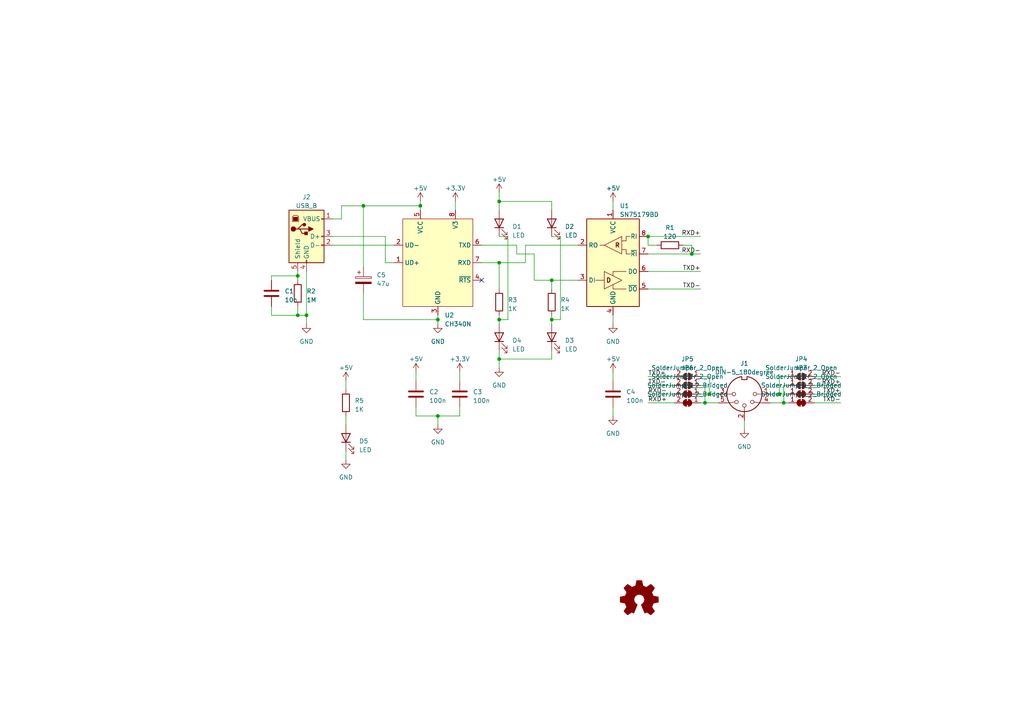
<source format=kicad_sch>
(kicad_sch (version 20230121) (generator eeschema)

  (uuid a26f4184-054d-4b1c-837e-be117b3ba2cd)

  (paper "A4")

  (lib_symbols
    (symbol "Connector:DIN-5_180degree" (pin_names (offset 1.016)) (in_bom yes) (on_board yes)
      (property "Reference" "J" (at 3.175 5.715 0)
        (effects (font (size 1.27 1.27)))
      )
      (property "Value" "DIN-5_180degree" (at 0 -6.35 0)
        (effects (font (size 1.27 1.27)))
      )
      (property "Footprint" "" (at 0 0 0)
        (effects (font (size 1.27 1.27)) hide)
      )
      (property "Datasheet" "http://www.mouser.com/ds/2/18/40_c091_abd_e-75918.pdf" (at 0 0 0)
        (effects (font (size 1.27 1.27)) hide)
      )
      (property "ki_keywords" "circular DIN connector stereo audio" (at 0 0 0)
        (effects (font (size 1.27 1.27)) hide)
      )
      (property "ki_description" "5-pin DIN connector (5-pin DIN-5 stereo)" (at 0 0 0)
        (effects (font (size 1.27 1.27)) hide)
      )
      (property "ki_fp_filters" "DIN*" (at 0 0 0)
        (effects (font (size 1.27 1.27)) hide)
      )
      (symbol "DIN-5_180degree_0_1"
        (arc (start -5.08 0) (mid -3.8609 -3.3364) (end -0.762 -5.08)
          (stroke (width 0.254) (type default))
          (fill (type none))
        )
        (circle (center -3.048 0) (radius 0.508)
          (stroke (width 0) (type default))
          (fill (type none))
        )
        (circle (center -2.286 2.286) (radius 0.508)
          (stroke (width 0) (type default))
          (fill (type none))
        )
        (polyline
          (pts
            (xy -5.08 0)
            (xy -3.556 0)
          )
          (stroke (width 0) (type default))
          (fill (type none))
        )
        (polyline
          (pts
            (xy 0 5.08)
            (xy 0 3.81)
          )
          (stroke (width 0) (type default))
          (fill (type none))
        )
        (polyline
          (pts
            (xy 5.08 0)
            (xy 3.556 0)
          )
          (stroke (width 0) (type default))
          (fill (type none))
        )
        (polyline
          (pts
            (xy -5.08 2.54)
            (xy -4.318 2.54)
            (xy -2.794 2.286)
          )
          (stroke (width 0) (type default))
          (fill (type none))
        )
        (polyline
          (pts
            (xy 5.08 2.54)
            (xy 4.318 2.54)
            (xy 2.794 2.286)
          )
          (stroke (width 0) (type default))
          (fill (type none))
        )
        (polyline
          (pts
            (xy -0.762 -4.953)
            (xy -0.762 -4.191)
            (xy 0.762 -4.191)
            (xy 0.762 -4.953)
          )
          (stroke (width 0.254) (type default))
          (fill (type none))
        )
        (circle (center 0 3.302) (radius 0.508)
          (stroke (width 0) (type default))
          (fill (type none))
        )
        (arc (start 0.762 -5.08) (mid 3.8685 -3.343) (end 5.08 0)
          (stroke (width 0.254) (type default))
          (fill (type none))
        )
        (circle (center 2.286 2.286) (radius 0.508)
          (stroke (width 0) (type default))
          (fill (type none))
        )
        (circle (center 3.048 0) (radius 0.508)
          (stroke (width 0) (type default))
          (fill (type none))
        )
        (arc (start 5.08 0) (mid 0 5.0579) (end -5.08 0)
          (stroke (width 0.254) (type default))
          (fill (type none))
        )
      )
      (symbol "DIN-5_180degree_1_1"
        (pin passive line (at -7.62 0 0) (length 2.54)
          (name "~" (effects (font (size 1.27 1.27))))
          (number "1" (effects (font (size 1.27 1.27))))
        )
        (pin passive line (at 0 7.62 270) (length 2.54)
          (name "~" (effects (font (size 1.27 1.27))))
          (number "2" (effects (font (size 1.27 1.27))))
        )
        (pin passive line (at 7.62 0 180) (length 2.54)
          (name "~" (effects (font (size 1.27 1.27))))
          (number "3" (effects (font (size 1.27 1.27))))
        )
        (pin passive line (at -7.62 2.54 0) (length 2.54)
          (name "~" (effects (font (size 1.27 1.27))))
          (number "4" (effects (font (size 1.27 1.27))))
        )
        (pin passive line (at 7.62 2.54 180) (length 2.54)
          (name "~" (effects (font (size 1.27 1.27))))
          (number "5" (effects (font (size 1.27 1.27))))
        )
      )
    )
    (symbol "Connector:USB_B" (pin_names (offset 1.016)) (in_bom yes) (on_board yes)
      (property "Reference" "J" (at -5.08 11.43 0)
        (effects (font (size 1.27 1.27)) (justify left))
      )
      (property "Value" "USB_B" (at -5.08 8.89 0)
        (effects (font (size 1.27 1.27)) (justify left))
      )
      (property "Footprint" "" (at 3.81 -1.27 0)
        (effects (font (size 1.27 1.27)) hide)
      )
      (property "Datasheet" " ~" (at 3.81 -1.27 0)
        (effects (font (size 1.27 1.27)) hide)
      )
      (property "ki_keywords" "connector USB" (at 0 0 0)
        (effects (font (size 1.27 1.27)) hide)
      )
      (property "ki_description" "USB Type B connector" (at 0 0 0)
        (effects (font (size 1.27 1.27)) hide)
      )
      (property "ki_fp_filters" "USB*" (at 0 0 0)
        (effects (font (size 1.27 1.27)) hide)
      )
      (symbol "USB_B_0_1"
        (rectangle (start -5.08 -7.62) (end 5.08 7.62)
          (stroke (width 0.254) (type default))
          (fill (type background))
        )
        (circle (center -3.81 2.159) (radius 0.635)
          (stroke (width 0.254) (type default))
          (fill (type outline))
        )
        (rectangle (start -3.81 5.588) (end -2.54 4.572)
          (stroke (width 0) (type default))
          (fill (type outline))
        )
        (circle (center -0.635 3.429) (radius 0.381)
          (stroke (width 0.254) (type default))
          (fill (type outline))
        )
        (rectangle (start -0.127 -7.62) (end 0.127 -6.858)
          (stroke (width 0) (type default))
          (fill (type none))
        )
        (polyline
          (pts
            (xy -1.905 2.159)
            (xy 0.635 2.159)
          )
          (stroke (width 0.254) (type default))
          (fill (type none))
        )
        (polyline
          (pts
            (xy -3.175 2.159)
            (xy -2.54 2.159)
            (xy -1.27 3.429)
            (xy -0.635 3.429)
          )
          (stroke (width 0.254) (type default))
          (fill (type none))
        )
        (polyline
          (pts
            (xy -2.54 2.159)
            (xy -1.905 2.159)
            (xy -1.27 0.889)
            (xy 0 0.889)
          )
          (stroke (width 0.254) (type default))
          (fill (type none))
        )
        (polyline
          (pts
            (xy 0.635 2.794)
            (xy 0.635 1.524)
            (xy 1.905 2.159)
            (xy 0.635 2.794)
          )
          (stroke (width 0.254) (type default))
          (fill (type outline))
        )
        (polyline
          (pts
            (xy -4.064 4.318)
            (xy -2.286 4.318)
            (xy -2.286 5.715)
            (xy -2.667 6.096)
            (xy -3.683 6.096)
            (xy -4.064 5.715)
            (xy -4.064 4.318)
          )
          (stroke (width 0) (type default))
          (fill (type none))
        )
        (rectangle (start 0.254 1.27) (end -0.508 0.508)
          (stroke (width 0.254) (type default))
          (fill (type outline))
        )
        (rectangle (start 5.08 -2.667) (end 4.318 -2.413)
          (stroke (width 0) (type default))
          (fill (type none))
        )
        (rectangle (start 5.08 -0.127) (end 4.318 0.127)
          (stroke (width 0) (type default))
          (fill (type none))
        )
        (rectangle (start 5.08 4.953) (end 4.318 5.207)
          (stroke (width 0) (type default))
          (fill (type none))
        )
      )
      (symbol "USB_B_1_1"
        (pin power_out line (at 7.62 5.08 180) (length 2.54)
          (name "VBUS" (effects (font (size 1.27 1.27))))
          (number "1" (effects (font (size 1.27 1.27))))
        )
        (pin bidirectional line (at 7.62 -2.54 180) (length 2.54)
          (name "D-" (effects (font (size 1.27 1.27))))
          (number "2" (effects (font (size 1.27 1.27))))
        )
        (pin bidirectional line (at 7.62 0 180) (length 2.54)
          (name "D+" (effects (font (size 1.27 1.27))))
          (number "3" (effects (font (size 1.27 1.27))))
        )
        (pin power_out line (at 0 -10.16 90) (length 2.54)
          (name "GND" (effects (font (size 1.27 1.27))))
          (number "4" (effects (font (size 1.27 1.27))))
        )
        (pin passive line (at -2.54 -10.16 90) (length 2.54)
          (name "Shield" (effects (font (size 1.27 1.27))))
          (number "5" (effects (font (size 1.27 1.27))))
        )
      )
    )
    (symbol "Device:C" (pin_numbers hide) (pin_names (offset 0.254)) (in_bom yes) (on_board yes)
      (property "Reference" "C" (at 0.635 2.54 0)
        (effects (font (size 1.27 1.27)) (justify left))
      )
      (property "Value" "C" (at 0.635 -2.54 0)
        (effects (font (size 1.27 1.27)) (justify left))
      )
      (property "Footprint" "" (at 0.9652 -3.81 0)
        (effects (font (size 1.27 1.27)) hide)
      )
      (property "Datasheet" "~" (at 0 0 0)
        (effects (font (size 1.27 1.27)) hide)
      )
      (property "ki_keywords" "cap capacitor" (at 0 0 0)
        (effects (font (size 1.27 1.27)) hide)
      )
      (property "ki_description" "Unpolarized capacitor" (at 0 0 0)
        (effects (font (size 1.27 1.27)) hide)
      )
      (property "ki_fp_filters" "C_*" (at 0 0 0)
        (effects (font (size 1.27 1.27)) hide)
      )
      (symbol "C_0_1"
        (polyline
          (pts
            (xy -2.032 -0.762)
            (xy 2.032 -0.762)
          )
          (stroke (width 0.508) (type default))
          (fill (type none))
        )
        (polyline
          (pts
            (xy -2.032 0.762)
            (xy 2.032 0.762)
          )
          (stroke (width 0.508) (type default))
          (fill (type none))
        )
      )
      (symbol "C_1_1"
        (pin passive line (at 0 3.81 270) (length 2.794)
          (name "~" (effects (font (size 1.27 1.27))))
          (number "1" (effects (font (size 1.27 1.27))))
        )
        (pin passive line (at 0 -3.81 90) (length 2.794)
          (name "~" (effects (font (size 1.27 1.27))))
          (number "2" (effects (font (size 1.27 1.27))))
        )
      )
    )
    (symbol "Device:C_Polarized" (pin_numbers hide) (pin_names (offset 0.254)) (in_bom yes) (on_board yes)
      (property "Reference" "C" (at 0.635 2.54 0)
        (effects (font (size 1.27 1.27)) (justify left))
      )
      (property "Value" "C_Polarized" (at 0.635 -2.54 0)
        (effects (font (size 1.27 1.27)) (justify left))
      )
      (property "Footprint" "" (at 0.9652 -3.81 0)
        (effects (font (size 1.27 1.27)) hide)
      )
      (property "Datasheet" "~" (at 0 0 0)
        (effects (font (size 1.27 1.27)) hide)
      )
      (property "ki_keywords" "cap capacitor" (at 0 0 0)
        (effects (font (size 1.27 1.27)) hide)
      )
      (property "ki_description" "Polarized capacitor" (at 0 0 0)
        (effects (font (size 1.27 1.27)) hide)
      )
      (property "ki_fp_filters" "CP_*" (at 0 0 0)
        (effects (font (size 1.27 1.27)) hide)
      )
      (symbol "C_Polarized_0_1"
        (rectangle (start -2.286 0.508) (end 2.286 1.016)
          (stroke (width 0) (type default))
          (fill (type none))
        )
        (polyline
          (pts
            (xy -1.778 2.286)
            (xy -0.762 2.286)
          )
          (stroke (width 0) (type default))
          (fill (type none))
        )
        (polyline
          (pts
            (xy -1.27 2.794)
            (xy -1.27 1.778)
          )
          (stroke (width 0) (type default))
          (fill (type none))
        )
        (rectangle (start 2.286 -0.508) (end -2.286 -1.016)
          (stroke (width 0) (type default))
          (fill (type outline))
        )
      )
      (symbol "C_Polarized_1_1"
        (pin passive line (at 0 3.81 270) (length 2.794)
          (name "~" (effects (font (size 1.27 1.27))))
          (number "1" (effects (font (size 1.27 1.27))))
        )
        (pin passive line (at 0 -3.81 90) (length 2.794)
          (name "~" (effects (font (size 1.27 1.27))))
          (number "2" (effects (font (size 1.27 1.27))))
        )
      )
    )
    (symbol "Device:LED" (pin_numbers hide) (pin_names (offset 1.016) hide) (in_bom yes) (on_board yes)
      (property "Reference" "D" (at 0 2.54 0)
        (effects (font (size 1.27 1.27)))
      )
      (property "Value" "LED" (at 0 -2.54 0)
        (effects (font (size 1.27 1.27)))
      )
      (property "Footprint" "" (at 0 0 0)
        (effects (font (size 1.27 1.27)) hide)
      )
      (property "Datasheet" "~" (at 0 0 0)
        (effects (font (size 1.27 1.27)) hide)
      )
      (property "ki_keywords" "LED diode" (at 0 0 0)
        (effects (font (size 1.27 1.27)) hide)
      )
      (property "ki_description" "Light emitting diode" (at 0 0 0)
        (effects (font (size 1.27 1.27)) hide)
      )
      (property "ki_fp_filters" "LED* LED_SMD:* LED_THT:*" (at 0 0 0)
        (effects (font (size 1.27 1.27)) hide)
      )
      (symbol "LED_0_1"
        (polyline
          (pts
            (xy -1.27 -1.27)
            (xy -1.27 1.27)
          )
          (stroke (width 0.254) (type default))
          (fill (type none))
        )
        (polyline
          (pts
            (xy -1.27 0)
            (xy 1.27 0)
          )
          (stroke (width 0) (type default))
          (fill (type none))
        )
        (polyline
          (pts
            (xy 1.27 -1.27)
            (xy 1.27 1.27)
            (xy -1.27 0)
            (xy 1.27 -1.27)
          )
          (stroke (width 0.254) (type default))
          (fill (type none))
        )
        (polyline
          (pts
            (xy -3.048 -0.762)
            (xy -4.572 -2.286)
            (xy -3.81 -2.286)
            (xy -4.572 -2.286)
            (xy -4.572 -1.524)
          )
          (stroke (width 0) (type default))
          (fill (type none))
        )
        (polyline
          (pts
            (xy -1.778 -0.762)
            (xy -3.302 -2.286)
            (xy -2.54 -2.286)
            (xy -3.302 -2.286)
            (xy -3.302 -1.524)
          )
          (stroke (width 0) (type default))
          (fill (type none))
        )
      )
      (symbol "LED_1_1"
        (pin passive line (at -3.81 0 0) (length 2.54)
          (name "K" (effects (font (size 1.27 1.27))))
          (number "1" (effects (font (size 1.27 1.27))))
        )
        (pin passive line (at 3.81 0 180) (length 2.54)
          (name "A" (effects (font (size 1.27 1.27))))
          (number "2" (effects (font (size 1.27 1.27))))
        )
      )
    )
    (symbol "Device:R" (pin_numbers hide) (pin_names (offset 0)) (in_bom yes) (on_board yes)
      (property "Reference" "R" (at 2.032 0 90)
        (effects (font (size 1.27 1.27)))
      )
      (property "Value" "R" (at 0 0 90)
        (effects (font (size 1.27 1.27)))
      )
      (property "Footprint" "" (at -1.778 0 90)
        (effects (font (size 1.27 1.27)) hide)
      )
      (property "Datasheet" "~" (at 0 0 0)
        (effects (font (size 1.27 1.27)) hide)
      )
      (property "ki_keywords" "R res resistor" (at 0 0 0)
        (effects (font (size 1.27 1.27)) hide)
      )
      (property "ki_description" "Resistor" (at 0 0 0)
        (effects (font (size 1.27 1.27)) hide)
      )
      (property "ki_fp_filters" "R_*" (at 0 0 0)
        (effects (font (size 1.27 1.27)) hide)
      )
      (symbol "R_0_1"
        (rectangle (start -1.016 -2.54) (end 1.016 2.54)
          (stroke (width 0.254) (type default))
          (fill (type none))
        )
      )
      (symbol "R_1_1"
        (pin passive line (at 0 3.81 270) (length 1.27)
          (name "~" (effects (font (size 1.27 1.27))))
          (number "1" (effects (font (size 1.27 1.27))))
        )
        (pin passive line (at 0 -3.81 90) (length 1.27)
          (name "~" (effects (font (size 1.27 1.27))))
          (number "2" (effects (font (size 1.27 1.27))))
        )
      )
    )
    (symbol "Graphic:Logo_Open_Hardware_Small" (in_bom no) (on_board no)
      (property "Reference" "#SYM" (at 0 6.985 0)
        (effects (font (size 1.27 1.27)) hide)
      )
      (property "Value" "Logo_Open_Hardware_Small" (at 0 -5.715 0)
        (effects (font (size 1.27 1.27)) hide)
      )
      (property "Footprint" "" (at 0 0 0)
        (effects (font (size 1.27 1.27)) hide)
      )
      (property "Datasheet" "~" (at 0 0 0)
        (effects (font (size 1.27 1.27)) hide)
      )
      (property "Sim.Enable" "0" (at 0 0 0)
        (effects (font (size 1.27 1.27)) hide)
      )
      (property "ki_keywords" "Logo" (at 0 0 0)
        (effects (font (size 1.27 1.27)) hide)
      )
      (property "ki_description" "Open Hardware logo, small" (at 0 0 0)
        (effects (font (size 1.27 1.27)) hide)
      )
      (symbol "Logo_Open_Hardware_Small_0_1"
        (polyline
          (pts
            (xy 3.3528 -4.3434)
            (xy 3.302 -4.318)
            (xy 3.175 -4.2418)
            (xy 2.9972 -4.1148)
            (xy 2.7686 -3.9624)
            (xy 2.54 -3.81)
            (xy 2.3622 -3.7084)
            (xy 2.2352 -3.6068)
            (xy 2.1844 -3.5814)
            (xy 2.159 -3.6068)
            (xy 2.0574 -3.6576)
            (xy 1.905 -3.7338)
            (xy 1.8034 -3.7846)
            (xy 1.6764 -3.8354)
            (xy 1.6002 -3.8354)
            (xy 1.6002 -3.8354)
            (xy 1.5494 -3.7338)
            (xy 1.4732 -3.5306)
            (xy 1.3462 -3.302)
            (xy 1.2446 -3.0226)
            (xy 1.1176 -2.7178)
            (xy 0.9652 -2.413)
            (xy 0.8636 -2.1082)
            (xy 0.7366 -1.8288)
            (xy 0.6604 -1.6256)
            (xy 0.6096 -1.4732)
            (xy 0.5842 -1.397)
            (xy 0.5842 -1.397)
            (xy 0.6604 -1.3208)
            (xy 0.7874 -1.2446)
            (xy 1.0414 -1.016)
            (xy 1.2954 -0.6858)
            (xy 1.4478 -0.3302)
            (xy 1.524 0.0762)
            (xy 1.4732 0.4572)
            (xy 1.3208 0.8128)
            (xy 1.0668 1.143)
            (xy 0.762 1.3716)
            (xy 0.4064 1.524)
            (xy 0 1.5748)
            (xy -0.381 1.5494)
            (xy -0.7366 1.397)
            (xy -1.0668 1.143)
            (xy -1.2192 0.9906)
            (xy -1.397 0.6604)
            (xy -1.524 0.3048)
            (xy -1.524 0.2286)
            (xy -1.4986 -0.1778)
            (xy -1.397 -0.5334)
            (xy -1.1938 -0.8636)
            (xy -0.9144 -1.143)
            (xy -0.8636 -1.1684)
            (xy -0.7366 -1.27)
            (xy -0.635 -1.3462)
            (xy -0.5842 -1.397)
            (xy -1.0668 -2.5908)
            (xy -1.143 -2.794)
            (xy -1.2954 -3.1242)
            (xy -1.397 -3.4036)
            (xy -1.4986 -3.6322)
            (xy -1.5748 -3.7846)
            (xy -1.6002 -3.8354)
            (xy -1.6002 -3.8354)
            (xy -1.651 -3.8354)
            (xy -1.7272 -3.81)
            (xy -1.905 -3.7338)
            (xy -2.0066 -3.683)
            (xy -2.1336 -3.6068)
            (xy -2.2098 -3.5814)
            (xy -2.2606 -3.6068)
            (xy -2.3622 -3.683)
            (xy -2.54 -3.81)
            (xy -2.7686 -3.9624)
            (xy -2.9718 -4.0894)
            (xy -3.1496 -4.2164)
            (xy -3.302 -4.318)
            (xy -3.3528 -4.3434)
            (xy -3.3782 -4.3434)
            (xy -3.429 -4.318)
            (xy -3.5306 -4.2164)
            (xy -3.7084 -4.064)
            (xy -3.937 -3.8354)
            (xy -3.9624 -3.81)
            (xy -4.1656 -3.6068)
            (xy -4.318 -3.4544)
            (xy -4.4196 -3.3274)
            (xy -4.445 -3.2766)
            (xy -4.445 -3.2766)
            (xy -4.4196 -3.2258)
            (xy -4.318 -3.0734)
            (xy -4.2164 -2.8956)
            (xy -4.064 -2.667)
            (xy -3.6576 -2.0828)
            (xy -3.8862 -1.5494)
            (xy -3.937 -1.3716)
            (xy -4.0386 -1.1684)
            (xy -4.0894 -1.0414)
            (xy -4.1148 -0.9652)
            (xy -4.191 -0.9398)
            (xy -4.318 -0.9144)
            (xy -4.5466 -0.8636)
            (xy -4.8006 -0.8128)
            (xy -5.0546 -0.7874)
            (xy -5.2578 -0.7366)
            (xy -5.4356 -0.7112)
            (xy -5.5118 -0.6858)
            (xy -5.5118 -0.6858)
            (xy -5.5372 -0.635)
            (xy -5.5372 -0.5588)
            (xy -5.5372 -0.4318)
            (xy -5.5626 -0.2286)
            (xy -5.5626 0.0762)
            (xy -5.5626 0.127)
            (xy -5.5372 0.4064)
            (xy -5.5372 0.635)
            (xy -5.5372 0.762)
            (xy -5.5372 0.8382)
            (xy -5.5372 0.8382)
            (xy -5.461 0.8382)
            (xy -5.3086 0.889)
            (xy -5.08 0.9144)
            (xy -4.826 0.9652)
            (xy -4.8006 0.9906)
            (xy -4.5466 1.0414)
            (xy -4.318 1.0668)
            (xy -4.1656 1.1176)
            (xy -4.0894 1.143)
            (xy -4.0894 1.143)
            (xy -4.0386 1.2446)
            (xy -3.9624 1.4224)
            (xy -3.8608 1.6256)
            (xy -3.7846 1.8288)
            (xy -3.7084 2.0066)
            (xy -3.6576 2.159)
            (xy -3.6322 2.2098)
            (xy -3.6322 2.2098)
            (xy -3.683 2.286)
            (xy -3.7592 2.413)
            (xy -3.8862 2.5908)
            (xy -4.064 2.8194)
            (xy -4.064 2.8448)
            (xy -4.2164 3.0734)
            (xy -4.3434 3.2512)
            (xy -4.4196 3.3782)
            (xy -4.445 3.4544)
            (xy -4.445 3.4544)
            (xy -4.3942 3.5052)
            (xy -4.2926 3.6322)
            (xy -4.1148 3.81)
            (xy -3.937 4.0132)
            (xy -3.8608 4.064)
            (xy -3.6576 4.2926)
            (xy -3.5052 4.4196)
            (xy -3.4036 4.4958)
            (xy -3.3528 4.5212)
            (xy -3.3528 4.5212)
            (xy -3.302 4.4704)
            (xy -3.1496 4.3688)
            (xy -2.9718 4.2418)
            (xy -2.7432 4.0894)
            (xy -2.7178 4.0894)
            (xy -2.4892 3.937)
            (xy -2.3114 3.81)
            (xy -2.1844 3.7084)
            (xy -2.1336 3.683)
            (xy -2.1082 3.683)
            (xy -2.032 3.7084)
            (xy -1.8542 3.7592)
            (xy -1.6764 3.8354)
            (xy -1.4732 3.937)
            (xy -1.27 4.0132)
            (xy -1.143 4.064)
            (xy -1.0668 4.1148)
            (xy -1.0668 4.1148)
            (xy -1.0414 4.191)
            (xy -1.016 4.3434)
            (xy -0.9652 4.572)
            (xy -0.9144 4.8514)
            (xy -0.889 4.9022)
            (xy -0.8382 5.1562)
            (xy -0.8128 5.3848)
            (xy -0.7874 5.5372)
            (xy -0.762 5.588)
            (xy -0.7112 5.6134)
            (xy -0.5842 5.6134)
            (xy -0.4064 5.6134)
            (xy -0.1524 5.6134)
            (xy 0.0762 5.6134)
            (xy 0.3302 5.6134)
            (xy 0.5334 5.6134)
            (xy 0.6858 5.588)
            (xy 0.7366 5.588)
            (xy 0.7366 5.588)
            (xy 0.762 5.5118)
            (xy 0.8128 5.334)
            (xy 0.8382 5.1054)
            (xy 0.9144 4.826)
            (xy 0.9144 4.7752)
            (xy 0.9652 4.5212)
            (xy 1.016 4.2926)
            (xy 1.0414 4.1402)
            (xy 1.0668 4.0894)
            (xy 1.0668 4.0894)
            (xy 1.1938 4.0386)
            (xy 1.3716 3.9624)
            (xy 1.5748 3.8608)
            (xy 2.0828 3.6576)
            (xy 2.7178 4.0894)
            (xy 2.7686 4.1402)
            (xy 2.9972 4.2926)
            (xy 3.175 4.4196)
            (xy 3.302 4.4958)
            (xy 3.3782 4.5212)
            (xy 3.3782 4.5212)
            (xy 3.429 4.4704)
            (xy 3.556 4.3434)
            (xy 3.7338 4.191)
            (xy 3.9116 3.9878)
            (xy 4.064 3.8354)
            (xy 4.2418 3.6576)
            (xy 4.3434 3.556)
            (xy 4.4196 3.4798)
            (xy 4.4196 3.429)
            (xy 4.4196 3.4036)
            (xy 4.3942 3.3274)
            (xy 4.2926 3.2004)
            (xy 4.1656 2.9972)
            (xy 4.0132 2.794)
            (xy 3.8862 2.5908)
            (xy 3.7592 2.3876)
            (xy 3.6576 2.2352)
            (xy 3.6322 2.159)
            (xy 3.6322 2.1336)
            (xy 3.683 2.0066)
            (xy 3.7592 1.8288)
            (xy 3.8608 1.6002)
            (xy 4.064 1.1176)
            (xy 4.3942 1.0414)
            (xy 4.5974 1.016)
            (xy 4.8768 0.9652)
            (xy 5.1308 0.9144)
            (xy 5.5372 0.8382)
            (xy 5.5626 -0.6604)
            (xy 5.4864 -0.6858)
            (xy 5.4356 -0.6858)
            (xy 5.2832 -0.7366)
            (xy 5.0546 -0.762)
            (xy 4.8006 -0.8128)
            (xy 4.5974 -0.8636)
            (xy 4.3688 -0.9144)
            (xy 4.2164 -0.9398)
            (xy 4.1402 -0.9398)
            (xy 4.1148 -0.9652)
            (xy 4.064 -1.0668)
            (xy 3.9878 -1.2446)
            (xy 3.9116 -1.4478)
            (xy 3.81 -1.651)
            (xy 3.7338 -1.8542)
            (xy 3.683 -2.0066)
            (xy 3.6576 -2.0828)
            (xy 3.683 -2.1336)
            (xy 3.7846 -2.2606)
            (xy 3.8862 -2.4638)
            (xy 4.0386 -2.667)
            (xy 4.191 -2.8956)
            (xy 4.318 -3.0734)
            (xy 4.3942 -3.2004)
            (xy 4.445 -3.2766)
            (xy 4.4196 -3.3274)
            (xy 4.3434 -3.429)
            (xy 4.1656 -3.5814)
            (xy 3.937 -3.8354)
            (xy 3.8862 -3.8608)
            (xy 3.683 -4.064)
            (xy 3.5306 -4.2164)
            (xy 3.4036 -4.318)
            (xy 3.3528 -4.3434)
          )
          (stroke (width 0) (type default))
          (fill (type outline))
        )
      )
    )
    (symbol "Interface_LineDriver:DS89C21" (in_bom yes) (on_board yes)
      (property "Reference" "U" (at -7.62 13.97 0)
        (effects (font (size 1.27 1.27)) (justify left))
      )
      (property "Value" "DS89C21" (at 1.27 13.97 0)
        (effects (font (size 1.27 1.27)) (justify left))
      )
      (property "Footprint" "Package_SO:SOIC-8_3.9x4.9mm_P1.27mm" (at 0 0 0)
        (effects (font (size 1.27 1.27) italic) hide)
      )
      (property "Datasheet" "http://www.ti.com/lit/ds/symlink/ds89c21.pdf" (at 0 0 0)
        (effects (font (size 1.27 1.27)) hide)
      )
      (property "ki_keywords" "rs422 tranciever" (at 0 0 0)
        (effects (font (size 1.27 1.27)) hide)
      )
      (property "ki_description" "Differential CMOS Line Driver and Receiver Pair, SOIC-8" (at 0 0 0)
        (effects (font (size 1.27 1.27)) hide)
      )
      (property "ki_fp_filters" "SOIC*3.9x4.9mm*P1.27mm*" (at 0 0 0)
        (effects (font (size 1.27 1.27)) hide)
      )
      (symbol "DS89C21_0_0"
        (text "D" (at -1.27 -5.08 0)
          (effects (font (size 1.27 1.27) bold))
        )
        (text "R" (at 1.27 5.08 0)
          (effects (font (size 1.27 1.27) bold))
        )
      )
      (symbol "DS89C21_0_1"
        (rectangle (start -7.62 12.7) (end 7.62 -12.7)
          (stroke (width 0.254) (type default))
          (fill (type background))
        )
        (polyline
          (pts
            (xy -5.08 -5.08)
            (xy -2.54 -5.08)
          )
          (stroke (width 0) (type default))
          (fill (type none))
        )
        (polyline
          (pts
            (xy -2.54 5.08)
            (xy -3.81 5.08)
          )
          (stroke (width 0) (type default))
          (fill (type none))
        )
        (polyline
          (pts
            (xy 3.81 -7.62)
            (xy 0 -7.62)
            (xy 0 -6.35)
          )
          (stroke (width 0) (type default))
          (fill (type none))
        )
        (polyline
          (pts
            (xy 3.81 -2.54)
            (xy 0 -2.54)
            (xy 0 -3.81)
          )
          (stroke (width 0) (type default))
          (fill (type none))
        )
        (polyline
          (pts
            (xy -2.54 -2.54)
            (xy -2.54 -7.62)
            (xy 2.54 -5.08)
            (xy -2.54 -2.54)
          )
          (stroke (width 0) (type default))
          (fill (type none))
        )
        (polyline
          (pts
            (xy 2.54 3.81)
            (xy 3.81 3.81)
            (xy 3.81 2.54)
            (xy 5.08 2.54)
          )
          (stroke (width 0) (type default))
          (fill (type none))
        )
        (polyline
          (pts
            (xy 2.54 6.35)
            (xy 3.81 6.35)
            (xy 3.81 7.62)
            (xy 5.08 7.62)
          )
          (stroke (width 0) (type default))
          (fill (type none))
        )
        (polyline
          (pts
            (xy 2.54 7.62)
            (xy 2.54 2.54)
            (xy -2.54 5.08)
            (xy 2.54 7.62)
          )
          (stroke (width 0) (type default))
          (fill (type none))
        )
      )
      (symbol "DS89C21_1_1"
        (pin power_in line (at 0 15.24 270) (length 2.54)
          (name "VCC" (effects (font (size 1.27 1.27))))
          (number "1" (effects (font (size 1.27 1.27))))
        )
        (pin output line (at -10.16 5.08 0) (length 2.54)
          (name "RO" (effects (font (size 1.27 1.27))))
          (number "2" (effects (font (size 1.27 1.27))))
        )
        (pin input line (at -10.16 -5.08 0) (length 2.54)
          (name "DI" (effects (font (size 1.27 1.27))))
          (number "3" (effects (font (size 1.27 1.27))))
        )
        (pin power_in line (at 0 -15.24 90) (length 2.54)
          (name "GND" (effects (font (size 1.27 1.27))))
          (number "4" (effects (font (size 1.27 1.27))))
        )
        (pin output line (at 10.16 -7.62 180) (length 2.54)
          (name "~{DO}" (effects (font (size 1.27 1.27))))
          (number "5" (effects (font (size 1.27 1.27))))
        )
        (pin output line (at 10.16 -2.54 180) (length 2.54)
          (name "DO" (effects (font (size 1.27 1.27))))
          (number "6" (effects (font (size 1.27 1.27))))
        )
        (pin input line (at 10.16 2.54 180) (length 2.54)
          (name "~{RI}" (effects (font (size 1.27 1.27))))
          (number "7" (effects (font (size 1.27 1.27))))
        )
        (pin input line (at 10.16 7.62 180) (length 2.54)
          (name "RI" (effects (font (size 1.27 1.27))))
          (number "8" (effects (font (size 1.27 1.27))))
        )
      )
    )
    (symbol "Jumper:SolderJumper_2_Bridged" (pin_names (offset 0) hide) (in_bom yes) (on_board yes)
      (property "Reference" "JP" (at 0 2.032 0)
        (effects (font (size 1.27 1.27)))
      )
      (property "Value" "SolderJumper_2_Bridged" (at 0 -2.54 0)
        (effects (font (size 1.27 1.27)))
      )
      (property "Footprint" "" (at 0 0 0)
        (effects (font (size 1.27 1.27)) hide)
      )
      (property "Datasheet" "~" (at 0 0 0)
        (effects (font (size 1.27 1.27)) hide)
      )
      (property "ki_keywords" "solder jumper SPST" (at 0 0 0)
        (effects (font (size 1.27 1.27)) hide)
      )
      (property "ki_description" "Solder Jumper, 2-pole, closed/bridged" (at 0 0 0)
        (effects (font (size 1.27 1.27)) hide)
      )
      (property "ki_fp_filters" "SolderJumper*Bridged*" (at 0 0 0)
        (effects (font (size 1.27 1.27)) hide)
      )
      (symbol "SolderJumper_2_Bridged_0_1"
        (rectangle (start -0.508 0.508) (end 0.508 -0.508)
          (stroke (width 0) (type default))
          (fill (type outline))
        )
        (arc (start -0.254 1.016) (mid -1.2656 0) (end -0.254 -1.016)
          (stroke (width 0) (type default))
          (fill (type none))
        )
        (arc (start -0.254 1.016) (mid -1.2656 0) (end -0.254 -1.016)
          (stroke (width 0) (type default))
          (fill (type outline))
        )
        (polyline
          (pts
            (xy -0.254 1.016)
            (xy -0.254 -1.016)
          )
          (stroke (width 0) (type default))
          (fill (type none))
        )
        (polyline
          (pts
            (xy 0.254 1.016)
            (xy 0.254 -1.016)
          )
          (stroke (width 0) (type default))
          (fill (type none))
        )
        (arc (start 0.254 -1.016) (mid 1.2656 0) (end 0.254 1.016)
          (stroke (width 0) (type default))
          (fill (type none))
        )
        (arc (start 0.254 -1.016) (mid 1.2656 0) (end 0.254 1.016)
          (stroke (width 0) (type default))
          (fill (type outline))
        )
      )
      (symbol "SolderJumper_2_Bridged_1_1"
        (pin passive line (at -3.81 0 0) (length 2.54)
          (name "A" (effects (font (size 1.27 1.27))))
          (number "1" (effects (font (size 1.27 1.27))))
        )
        (pin passive line (at 3.81 0 180) (length 2.54)
          (name "B" (effects (font (size 1.27 1.27))))
          (number "2" (effects (font (size 1.27 1.27))))
        )
      )
    )
    (symbol "Jumper:SolderJumper_2_Open" (pin_names (offset 0) hide) (in_bom yes) (on_board yes)
      (property "Reference" "JP" (at 0 2.032 0)
        (effects (font (size 1.27 1.27)))
      )
      (property "Value" "SolderJumper_2_Open" (at 0 -2.54 0)
        (effects (font (size 1.27 1.27)))
      )
      (property "Footprint" "" (at 0 0 0)
        (effects (font (size 1.27 1.27)) hide)
      )
      (property "Datasheet" "~" (at 0 0 0)
        (effects (font (size 1.27 1.27)) hide)
      )
      (property "ki_keywords" "solder jumper SPST" (at 0 0 0)
        (effects (font (size 1.27 1.27)) hide)
      )
      (property "ki_description" "Solder Jumper, 2-pole, open" (at 0 0 0)
        (effects (font (size 1.27 1.27)) hide)
      )
      (property "ki_fp_filters" "SolderJumper*Open*" (at 0 0 0)
        (effects (font (size 1.27 1.27)) hide)
      )
      (symbol "SolderJumper_2_Open_0_1"
        (arc (start -0.254 1.016) (mid -1.2656 0) (end -0.254 -1.016)
          (stroke (width 0) (type default))
          (fill (type none))
        )
        (arc (start -0.254 1.016) (mid -1.2656 0) (end -0.254 -1.016)
          (stroke (width 0) (type default))
          (fill (type outline))
        )
        (polyline
          (pts
            (xy -0.254 1.016)
            (xy -0.254 -1.016)
          )
          (stroke (width 0) (type default))
          (fill (type none))
        )
        (polyline
          (pts
            (xy 0.254 1.016)
            (xy 0.254 -1.016)
          )
          (stroke (width 0) (type default))
          (fill (type none))
        )
        (arc (start 0.254 -1.016) (mid 1.2656 0) (end 0.254 1.016)
          (stroke (width 0) (type default))
          (fill (type none))
        )
        (arc (start 0.254 -1.016) (mid 1.2656 0) (end 0.254 1.016)
          (stroke (width 0) (type default))
          (fill (type outline))
        )
      )
      (symbol "SolderJumper_2_Open_1_1"
        (pin passive line (at -3.81 0 0) (length 2.54)
          (name "A" (effects (font (size 1.27 1.27))))
          (number "1" (effects (font (size 1.27 1.27))))
        )
        (pin passive line (at 3.81 0 180) (length 2.54)
          (name "B" (effects (font (size 1.27 1.27))))
          (number "2" (effects (font (size 1.27 1.27))))
        )
      )
    )
    (symbol "power:+3.3V" (power) (pin_names (offset 0)) (in_bom yes) (on_board yes)
      (property "Reference" "#PWR" (at 0 -3.81 0)
        (effects (font (size 1.27 1.27)) hide)
      )
      (property "Value" "+3.3V" (at 0 3.556 0)
        (effects (font (size 1.27 1.27)))
      )
      (property "Footprint" "" (at 0 0 0)
        (effects (font (size 1.27 1.27)) hide)
      )
      (property "Datasheet" "" (at 0 0 0)
        (effects (font (size 1.27 1.27)) hide)
      )
      (property "ki_keywords" "global power" (at 0 0 0)
        (effects (font (size 1.27 1.27)) hide)
      )
      (property "ki_description" "Power symbol creates a global label with name \"+3.3V\"" (at 0 0 0)
        (effects (font (size 1.27 1.27)) hide)
      )
      (symbol "+3.3V_0_1"
        (polyline
          (pts
            (xy -0.762 1.27)
            (xy 0 2.54)
          )
          (stroke (width 0) (type default))
          (fill (type none))
        )
        (polyline
          (pts
            (xy 0 0)
            (xy 0 2.54)
          )
          (stroke (width 0) (type default))
          (fill (type none))
        )
        (polyline
          (pts
            (xy 0 2.54)
            (xy 0.762 1.27)
          )
          (stroke (width 0) (type default))
          (fill (type none))
        )
      )
      (symbol "+3.3V_1_1"
        (pin power_in line (at 0 0 90) (length 0) hide
          (name "+3.3V" (effects (font (size 1.27 1.27))))
          (number "1" (effects (font (size 1.27 1.27))))
        )
      )
    )
    (symbol "power:+5V" (power) (pin_names (offset 0)) (in_bom yes) (on_board yes)
      (property "Reference" "#PWR" (at 0 -3.81 0)
        (effects (font (size 1.27 1.27)) hide)
      )
      (property "Value" "+5V" (at 0 3.556 0)
        (effects (font (size 1.27 1.27)))
      )
      (property "Footprint" "" (at 0 0 0)
        (effects (font (size 1.27 1.27)) hide)
      )
      (property "Datasheet" "" (at 0 0 0)
        (effects (font (size 1.27 1.27)) hide)
      )
      (property "ki_keywords" "global power" (at 0 0 0)
        (effects (font (size 1.27 1.27)) hide)
      )
      (property "ki_description" "Power symbol creates a global label with name \"+5V\"" (at 0 0 0)
        (effects (font (size 1.27 1.27)) hide)
      )
      (symbol "+5V_0_1"
        (polyline
          (pts
            (xy -0.762 1.27)
            (xy 0 2.54)
          )
          (stroke (width 0) (type default))
          (fill (type none))
        )
        (polyline
          (pts
            (xy 0 0)
            (xy 0 2.54)
          )
          (stroke (width 0) (type default))
          (fill (type none))
        )
        (polyline
          (pts
            (xy 0 2.54)
            (xy 0.762 1.27)
          )
          (stroke (width 0) (type default))
          (fill (type none))
        )
      )
      (symbol "+5V_1_1"
        (pin power_in line (at 0 0 90) (length 0) hide
          (name "+5V" (effects (font (size 1.27 1.27))))
          (number "1" (effects (font (size 1.27 1.27))))
        )
      )
    )
    (symbol "power:GND" (power) (pin_names (offset 0)) (in_bom yes) (on_board yes)
      (property "Reference" "#PWR" (at 0 -6.35 0)
        (effects (font (size 1.27 1.27)) hide)
      )
      (property "Value" "GND" (at 0 -3.81 0)
        (effects (font (size 1.27 1.27)))
      )
      (property "Footprint" "" (at 0 0 0)
        (effects (font (size 1.27 1.27)) hide)
      )
      (property "Datasheet" "" (at 0 0 0)
        (effects (font (size 1.27 1.27)) hide)
      )
      (property "ki_keywords" "global power" (at 0 0 0)
        (effects (font (size 1.27 1.27)) hide)
      )
      (property "ki_description" "Power symbol creates a global label with name \"GND\" , ground" (at 0 0 0)
        (effects (font (size 1.27 1.27)) hide)
      )
      (symbol "GND_0_1"
        (polyline
          (pts
            (xy 0 0)
            (xy 0 -1.27)
            (xy 1.27 -1.27)
            (xy 0 -2.54)
            (xy -1.27 -1.27)
            (xy 0 -1.27)
          )
          (stroke (width 0) (type default))
          (fill (type none))
        )
      )
      (symbol "GND_1_1"
        (pin power_in line (at 0 0 270) (length 0) hide
          (name "GND" (effects (font (size 1.27 1.27))))
          (number "1" (effects (font (size 1.27 1.27))))
        )
      )
    )
    (symbol "wch-usb-uart:CH340N" (in_bom yes) (on_board yes)
      (property "Reference" "U" (at 7.62 -15.24 0)
        (effects (font (size 1.27 1.27)))
      )
      (property "Value" "CH340N" (at 7.62 -17.78 0)
        (effects (font (size 1.27 1.27)))
      )
      (property "Footprint" "Package_SO:SOP-8_3.9x4.9mm_P1.27mm" (at -15.24 43.18 0)
        (effects (font (size 1.27 1.27)) hide)
      )
      (property "Datasheet" "" (at -15.24 43.18 0)
        (effects (font (size 1.27 1.27)) hide)
      )
      (property "ki_keywords" "CH340N, USB, UART, WCH, SOP8 " (at 0 0 0)
        (effects (font (size 1.27 1.27)) hide)
      )
      (property "ki_description" "USB to UART Bridge " (at 0 0 0)
        (effects (font (size 1.27 1.27)) hide)
      )
      (symbol "CH340N_0_1"
        (rectangle (start -10.16 12.7) (end 10.16 -12.7)
          (stroke (width 0.1524) (type default))
          (fill (type background))
        )
      )
      (symbol "CH340N_1_1"
        (pin bidirectional line (at -12.7 0 0) (length 2.54)
          (name "UD+" (effects (font (size 1.27 1.27))))
          (number "1" (effects (font (size 1.27 1.27))))
        )
        (pin bidirectional line (at -12.7 5.08 0) (length 2.54)
          (name "UD-" (effects (font (size 1.27 1.27))))
          (number "2" (effects (font (size 1.27 1.27))))
        )
        (pin passive line (at 0 -15.24 90) (length 2.54)
          (name "GND" (effects (font (size 1.27 1.27))))
          (number "3" (effects (font (size 1.27 1.27))))
        )
        (pin output line (at 12.7 -5.08 180) (length 2.54)
          (name "~{RTS}" (effects (font (size 1.27 1.27))))
          (number "4" (effects (font (size 1.27 1.27))))
        )
        (pin power_in line (at -5.08 15.24 270) (length 2.54)
          (name "VCC" (effects (font (size 1.27 1.27))))
          (number "5" (effects (font (size 1.27 1.27))))
        )
        (pin output line (at 12.7 5.08 180) (length 2.54)
          (name "TXD" (effects (font (size 1.27 1.27))))
          (number "6" (effects (font (size 1.27 1.27))))
        )
        (pin input line (at 12.7 0 180) (length 2.54)
          (name "RXD" (effects (font (size 1.27 1.27))))
          (number "7" (effects (font (size 1.27 1.27))))
        )
        (pin power_out line (at 5.08 15.24 270) (length 2.54)
          (name "V3" (effects (font (size 1.27 1.27))))
          (number "8" (effects (font (size 1.27 1.27))))
          (alternate "V3" power_in line)
        )
      )
    )
  )

  (junction (at 144.78 58.42) (diameter 0) (color 0 0 0 0)
    (uuid 05e73ee6-fdcb-4261-a133-deed7a12641b)
  )
  (junction (at 187.96 68.58) (diameter 0) (color 0 0 0 0)
    (uuid 1a3f1ee4-362f-412a-9feb-3c4643b3e048)
  )
  (junction (at 144.78 104.14) (diameter 0) (color 0 0 0 0)
    (uuid 2123e6bf-e5ca-4630-a0ab-e7ca20bbd875)
  )
  (junction (at 88.9 91.44) (diameter 0) (color 0 0 0 0)
    (uuid 334758aa-0d45-4800-b3ae-df043b6a2788)
  )
  (junction (at 105.41 59.69) (diameter 0) (color 0 0 0 0)
    (uuid 45423ae4-f7d8-469d-bd90-a557c218ca01)
  )
  (junction (at 204.47 116.84) (diameter 0) (color 0 0 0 0)
    (uuid 4b349351-de37-4881-a41a-a3062686a60f)
  )
  (junction (at 86.36 80.01) (diameter 0) (color 0 0 0 0)
    (uuid 5abefe1e-1dde-4358-966f-6407e6945ec1)
  )
  (junction (at 205.74 114.3) (diameter 0) (color 0 0 0 0)
    (uuid 6b7525fc-254f-46c8-8295-84e652a31d7b)
  )
  (junction (at 86.36 91.44) (diameter 0) (color 0 0 0 0)
    (uuid 6f127638-295a-4e44-a240-2411beef72ed)
  )
  (junction (at 160.02 81.28) (diameter 0) (color 0 0 0 0)
    (uuid 86f08fe5-6cf8-4f8d-b5fe-5c6902f60653)
  )
  (junction (at 226.06 114.3) (diameter 0) (color 0 0 0 0)
    (uuid 8ece4487-95e0-418b-99b9-9f7158a763ef)
  )
  (junction (at 144.78 92.71) (diameter 0) (color 0 0 0 0)
    (uuid 93b2a1e7-17b6-4ca0-90c6-78060403e9e0)
  )
  (junction (at 127 92.71) (diameter 0) (color 0 0 0 0)
    (uuid a4c5b20b-18ae-4d3a-8b8b-58e0ac736df5)
  )
  (junction (at 144.78 76.2) (diameter 0) (color 0 0 0 0)
    (uuid bc365805-21d3-499b-8b33-83c10e454aa0)
  )
  (junction (at 227.33 116.84) (diameter 0) (color 0 0 0 0)
    (uuid c0985051-a94e-4b10-89e2-44a144ca41ac)
  )
  (junction (at 160.02 92.71) (diameter 0) (color 0 0 0 0)
    (uuid cc413d34-46c4-4c21-ad15-93dab35a2344)
  )
  (junction (at 121.92 59.69) (diameter 0) (color 0 0 0 0)
    (uuid cde5ba5e-6e86-4f75-9414-97d325a5407e)
  )
  (junction (at 200.66 73.66) (diameter 0) (color 0 0 0 0)
    (uuid d0c18607-6a60-475b-94fd-a38ff039a57f)
  )
  (junction (at 127 120.65) (diameter 0) (color 0 0 0 0)
    (uuid d5bd61b1-a6e4-4109-92cd-019454789772)
  )

  (no_connect (at 139.7 81.28) (uuid 2994d1b4-d14c-4fe0-9a47-e94b1bd0f363))

  (wire (pts (xy 127 91.44) (xy 127 92.71))
    (stroke (width 0) (type default))
    (uuid 025ca220-1731-4bad-ba93-81f13ec6688b)
  )
  (wire (pts (xy 227.33 116.84) (xy 223.52 116.84))
    (stroke (width 0) (type default))
    (uuid 0456319f-85fe-4c17-abe5-9b182930e942)
  )
  (wire (pts (xy 96.52 68.58) (xy 111.76 68.58))
    (stroke (width 0) (type default))
    (uuid 08778530-55b6-4745-9e3a-e01a7a2f3251)
  )
  (wire (pts (xy 177.8 91.44) (xy 177.8 93.98))
    (stroke (width 0) (type default))
    (uuid 09001c32-1e14-4fae-b0e5-f215f8aeb234)
  )
  (wire (pts (xy 127 120.65) (xy 127 123.19))
    (stroke (width 0) (type default))
    (uuid 0b580d6a-0e2c-48ff-a150-68227127c70c)
  )
  (wire (pts (xy 133.35 120.65) (xy 133.35 118.11))
    (stroke (width 0) (type default))
    (uuid 19f6cfbc-142c-4193-a7d7-202092958ebc)
  )
  (wire (pts (xy 226.06 114.3) (xy 228.6 114.3))
    (stroke (width 0) (type default))
    (uuid 1a30e2cf-060c-4714-b8a8-2a3cffca8fb3)
  )
  (wire (pts (xy 177.8 107.95) (xy 177.8 110.49))
    (stroke (width 0) (type default))
    (uuid 1cbbace6-45b8-401e-a293-ac35761dcc86)
  )
  (wire (pts (xy 236.22 114.3) (xy 243.84 114.3))
    (stroke (width 0) (type default))
    (uuid 1f6483ca-5da0-4ab5-a6e5-4d7f626a137a)
  )
  (wire (pts (xy 205.74 109.22) (xy 205.74 114.3))
    (stroke (width 0) (type default))
    (uuid 1fce7aa4-6882-486a-a7b8-5e11107266a9)
  )
  (wire (pts (xy 236.22 109.22) (xy 243.84 109.22))
    (stroke (width 0) (type default))
    (uuid 20df6e36-db98-4515-88aa-abd80f22bf8d)
  )
  (wire (pts (xy 160.02 68.58) (xy 162.56 68.58))
    (stroke (width 0) (type default))
    (uuid 265a1938-9bfd-4ebe-8660-ffabcb4b6875)
  )
  (wire (pts (xy 200.66 73.66) (xy 203.2 73.66))
    (stroke (width 0) (type default))
    (uuid 2661454b-7622-4fe5-bd59-92694d88ddf6)
  )
  (wire (pts (xy 144.78 58.42) (xy 144.78 60.96))
    (stroke (width 0) (type default))
    (uuid 269b5825-bd25-4f6d-bbff-ea52ecd98dd3)
  )
  (wire (pts (xy 200.66 71.12) (xy 200.66 73.66))
    (stroke (width 0) (type default))
    (uuid 2acd7ac7-ef86-4c7b-9ff5-5d34809d937e)
  )
  (wire (pts (xy 88.9 91.44) (xy 86.36 91.44))
    (stroke (width 0) (type default))
    (uuid 2c2d4340-6989-4c55-8cf2-3687175db9a2)
  )
  (wire (pts (xy 162.56 92.71) (xy 160.02 92.71))
    (stroke (width 0) (type default))
    (uuid 2e0c9379-3c5d-4821-ab13-75cc3acb6090)
  )
  (wire (pts (xy 121.92 58.42) (xy 121.92 59.69))
    (stroke (width 0) (type default))
    (uuid 2ee404f9-fc4f-48d0-a437-56a88577c888)
  )
  (wire (pts (xy 187.96 111.76) (xy 195.58 111.76))
    (stroke (width 0) (type default))
    (uuid 32401398-dbdd-4a0e-9520-f28bc2bb8e9b)
  )
  (wire (pts (xy 160.02 81.28) (xy 167.64 81.28))
    (stroke (width 0) (type default))
    (uuid 3613d13a-acda-466b-bc94-a925e26eb132)
  )
  (wire (pts (xy 144.78 104.14) (xy 160.02 104.14))
    (stroke (width 0) (type default))
    (uuid 374d5a64-292c-4dfc-8557-5ad4d0933b14)
  )
  (wire (pts (xy 144.78 92.71) (xy 144.78 93.98))
    (stroke (width 0) (type default))
    (uuid 3a2b1204-daaa-40e1-b7f8-dfcdc06b4e11)
  )
  (wire (pts (xy 162.56 68.58) (xy 162.56 92.71))
    (stroke (width 0) (type default))
    (uuid 3b5f16f4-43a8-4104-a8be-de94fa49c635)
  )
  (wire (pts (xy 88.9 78.74) (xy 88.9 91.44))
    (stroke (width 0) (type default))
    (uuid 3e53638b-0a4f-4a30-b5a0-6224a53e617d)
  )
  (wire (pts (xy 160.02 104.14) (xy 160.02 101.6))
    (stroke (width 0) (type default))
    (uuid 460150e7-39d5-4702-9af5-cbb54ba8c768)
  )
  (wire (pts (xy 120.65 107.95) (xy 120.65 110.49))
    (stroke (width 0) (type default))
    (uuid 47338a79-f166-43e9-8566-52c9d18b0339)
  )
  (wire (pts (xy 88.9 91.44) (xy 88.9 93.98))
    (stroke (width 0) (type default))
    (uuid 4b887da0-79c8-4e50-b22c-da7bfaf8c41b)
  )
  (wire (pts (xy 121.92 59.69) (xy 105.41 59.69))
    (stroke (width 0) (type default))
    (uuid 4caa09f9-44a8-4b27-9f2e-73b7d2d666a0)
  )
  (wire (pts (xy 227.33 111.76) (xy 227.33 116.84))
    (stroke (width 0) (type default))
    (uuid 5121f8e2-d293-4400-8e23-feb1e88d2599)
  )
  (wire (pts (xy 111.76 68.58) (xy 111.76 76.2))
    (stroke (width 0) (type default))
    (uuid 520831ec-4458-4a8a-a952-34ba60acf2fb)
  )
  (wire (pts (xy 226.06 109.22) (xy 226.06 114.3))
    (stroke (width 0) (type default))
    (uuid 522c6a77-7120-4aad-8855-4dca673a0f02)
  )
  (wire (pts (xy 105.41 59.69) (xy 99.06 59.69))
    (stroke (width 0) (type default))
    (uuid 55b1c3d9-bba0-4e89-b371-a3516006baab)
  )
  (wire (pts (xy 78.74 80.01) (xy 78.74 81.28))
    (stroke (width 0) (type default))
    (uuid 56f0dde1-1c77-4852-b185-b24b3c6c3073)
  )
  (wire (pts (xy 144.78 68.58) (xy 147.32 68.58))
    (stroke (width 0) (type default))
    (uuid 61f09b43-1694-4718-b362-2a2381c71ef1)
  )
  (wire (pts (xy 203.2 114.3) (xy 205.74 114.3))
    (stroke (width 0) (type default))
    (uuid 62ed64c3-3d61-444d-b6ae-a1a96cc968a4)
  )
  (wire (pts (xy 187.96 68.58) (xy 203.2 68.58))
    (stroke (width 0) (type default))
    (uuid 6b967bb9-59c3-440a-a07f-79736a16c279)
  )
  (wire (pts (xy 149.86 71.12) (xy 149.86 73.66))
    (stroke (width 0) (type default))
    (uuid 6bff9aa8-297d-4b3c-a408-58b72946abf4)
  )
  (wire (pts (xy 144.78 92.71) (xy 147.32 92.71))
    (stroke (width 0) (type default))
    (uuid 6cf4dcfd-35e7-4861-93d3-e2963c0903a9)
  )
  (wire (pts (xy 160.02 92.71) (xy 160.02 93.98))
    (stroke (width 0) (type default))
    (uuid 6e085067-0948-4073-af20-aa45f1930df5)
  )
  (wire (pts (xy 144.78 76.2) (xy 152.4 76.2))
    (stroke (width 0) (type default))
    (uuid 6ea3593e-4e3b-4f8b-9f1f-82700f8ed788)
  )
  (wire (pts (xy 86.36 78.74) (xy 86.36 80.01))
    (stroke (width 0) (type default))
    (uuid 6ec0860b-f60d-4241-8950-35a7c2395e98)
  )
  (wire (pts (xy 147.32 68.58) (xy 147.32 92.71))
    (stroke (width 0) (type default))
    (uuid 6fc8e901-0459-48a8-9687-e2b408dc405b)
  )
  (wire (pts (xy 127 120.65) (xy 133.35 120.65))
    (stroke (width 0) (type default))
    (uuid 77b4766b-95a1-402e-82de-003d05c58564)
  )
  (wire (pts (xy 96.52 71.12) (xy 114.3 71.12))
    (stroke (width 0) (type default))
    (uuid 795a5f34-eb02-4dfd-a39a-0821dfb59f45)
  )
  (wire (pts (xy 144.78 91.44) (xy 144.78 92.71))
    (stroke (width 0) (type default))
    (uuid 795fb81a-7622-482e-99b8-358050c4aed9)
  )
  (wire (pts (xy 236.22 111.76) (xy 243.84 111.76))
    (stroke (width 0) (type default))
    (uuid 7bd05a99-73ba-428f-ba57-80963e9d1c2c)
  )
  (wire (pts (xy 187.96 71.12) (xy 187.96 68.58))
    (stroke (width 0) (type default))
    (uuid 7c819e55-902d-485a-af93-578615ef9e0e)
  )
  (wire (pts (xy 144.78 55.88) (xy 144.78 58.42))
    (stroke (width 0) (type default))
    (uuid 7df8d191-b0a5-4d13-8500-60ecceb31a91)
  )
  (wire (pts (xy 120.65 120.65) (xy 127 120.65))
    (stroke (width 0) (type default))
    (uuid 7f085190-d12a-4065-999f-ee69b1589067)
  )
  (wire (pts (xy 223.52 114.3) (xy 226.06 114.3))
    (stroke (width 0) (type default))
    (uuid 84af74e4-6b98-45b9-a79a-7f55b331105c)
  )
  (wire (pts (xy 187.96 83.82) (xy 203.2 83.82))
    (stroke (width 0) (type default))
    (uuid 862d3d0f-aa57-44bc-81b1-9044096b7323)
  )
  (wire (pts (xy 144.78 104.14) (xy 144.78 106.68))
    (stroke (width 0) (type default))
    (uuid 880af70b-b3b3-440d-8dc0-61b3403438e4)
  )
  (wire (pts (xy 121.92 59.69) (xy 121.92 60.96))
    (stroke (width 0) (type default))
    (uuid 88119442-0155-4fcc-a825-b01fbd173029)
  )
  (wire (pts (xy 152.4 71.12) (xy 167.64 71.12))
    (stroke (width 0) (type default))
    (uuid 88ec40d1-4553-4aab-a126-a1cfdec5a3f4)
  )
  (wire (pts (xy 236.22 116.84) (xy 243.84 116.84))
    (stroke (width 0) (type default))
    (uuid 8d586884-fb89-4558-84aa-118d28850316)
  )
  (wire (pts (xy 203.2 116.84) (xy 204.47 116.84))
    (stroke (width 0) (type default))
    (uuid 8dcd68ef-f41f-43d1-aba0-e706fdba2ca3)
  )
  (wire (pts (xy 132.08 58.42) (xy 132.08 60.96))
    (stroke (width 0) (type default))
    (uuid 8f1a87b4-9c22-4c41-942f-06d42a609de8)
  )
  (wire (pts (xy 99.06 59.69) (xy 99.06 63.5))
    (stroke (width 0) (type default))
    (uuid 90892c02-946e-491d-b3e4-ff20ae933f25)
  )
  (wire (pts (xy 144.78 58.42) (xy 160.02 58.42))
    (stroke (width 0) (type default))
    (uuid 932abc4d-9611-47d6-a45c-4134288dd704)
  )
  (wire (pts (xy 144.78 76.2) (xy 144.78 83.82))
    (stroke (width 0) (type default))
    (uuid 9991186c-7b72-4e81-862e-097304c43dcd)
  )
  (wire (pts (xy 228.6 111.76) (xy 227.33 111.76))
    (stroke (width 0) (type default))
    (uuid 9a548ac1-dca4-421c-9998-f455bbf037c3)
  )
  (wire (pts (xy 144.78 101.6) (xy 144.78 104.14))
    (stroke (width 0) (type default))
    (uuid 9cc53841-2ecf-4411-9af5-03d5843205c9)
  )
  (wire (pts (xy 86.36 80.01) (xy 86.36 81.28))
    (stroke (width 0) (type default))
    (uuid 9eda03bf-87ca-42a4-93f1-e7eb17054100)
  )
  (wire (pts (xy 100.33 110.49) (xy 100.33 113.03))
    (stroke (width 0) (type default))
    (uuid a1e107d2-078e-4283-83b4-23039907d31b)
  )
  (wire (pts (xy 86.36 80.01) (xy 78.74 80.01))
    (stroke (width 0) (type default))
    (uuid a1e476e1-17e5-4406-9639-e7a1e3fd3d33)
  )
  (wire (pts (xy 215.9 121.92) (xy 215.9 124.46))
    (stroke (width 0) (type default))
    (uuid a4da82af-cb8d-4c98-9c0d-67acccf3027a)
  )
  (wire (pts (xy 139.7 71.12) (xy 149.86 71.12))
    (stroke (width 0) (type default))
    (uuid a86e4aa3-c9a5-479c-b2ac-7d7ac823be14)
  )
  (wire (pts (xy 149.86 73.66) (xy 154.94 73.66))
    (stroke (width 0) (type default))
    (uuid aabe6654-4c07-4311-97f9-3830f877a200)
  )
  (wire (pts (xy 228.6 109.22) (xy 226.06 109.22))
    (stroke (width 0) (type default))
    (uuid aae95985-89f1-499a-8425-30ee5c0ec048)
  )
  (wire (pts (xy 160.02 91.44) (xy 160.02 92.71))
    (stroke (width 0) (type default))
    (uuid aba3849d-ed44-4d91-bfce-ed50b75f09af)
  )
  (wire (pts (xy 203.2 111.76) (xy 204.47 111.76))
    (stroke (width 0) (type default))
    (uuid ad22e54b-94dc-4017-815d-538f53429fea)
  )
  (wire (pts (xy 111.76 76.2) (xy 114.3 76.2))
    (stroke (width 0) (type default))
    (uuid adcbdcfe-b7d4-4e1f-8123-b74542d71103)
  )
  (wire (pts (xy 99.06 63.5) (xy 96.52 63.5))
    (stroke (width 0) (type default))
    (uuid b185d369-6759-4105-8115-25554c101d84)
  )
  (wire (pts (xy 205.74 114.3) (xy 208.28 114.3))
    (stroke (width 0) (type default))
    (uuid b28fecfd-2302-435a-93b9-7075045f4456)
  )
  (wire (pts (xy 204.47 116.84) (xy 208.28 116.84))
    (stroke (width 0) (type default))
    (uuid bac32188-6448-458e-8c16-92011e5feff1)
  )
  (wire (pts (xy 127 92.71) (xy 105.41 92.71))
    (stroke (width 0) (type default))
    (uuid baf982f4-959d-4995-8adb-bc3191c8cad8)
  )
  (wire (pts (xy 86.36 91.44) (xy 78.74 91.44))
    (stroke (width 0) (type default))
    (uuid beb390cd-13cd-4bb1-af9e-cd3531d9e618)
  )
  (wire (pts (xy 160.02 58.42) (xy 160.02 60.96))
    (stroke (width 0) (type default))
    (uuid c445484e-31a4-435e-bc2b-89995e21075a)
  )
  (wire (pts (xy 133.35 107.95) (xy 133.35 110.49))
    (stroke (width 0) (type default))
    (uuid c467f306-a6d3-4192-94a8-12e9a628ffdc)
  )
  (wire (pts (xy 187.96 109.22) (xy 195.58 109.22))
    (stroke (width 0) (type default))
    (uuid c7c6955f-5dbc-4fb0-8b14-c88fe9d3dd19)
  )
  (wire (pts (xy 86.36 91.44) (xy 86.36 88.9))
    (stroke (width 0) (type default))
    (uuid c845c9af-f5b5-40bd-93ec-3a0c83cc1e89)
  )
  (wire (pts (xy 187.96 116.84) (xy 195.58 116.84))
    (stroke (width 0) (type default))
    (uuid c8475f99-c589-435b-b917-24e03a0ff517)
  )
  (wire (pts (xy 198.12 71.12) (xy 200.66 71.12))
    (stroke (width 0) (type default))
    (uuid c90284f1-5d93-4906-9edf-9f204726fde9)
  )
  (wire (pts (xy 105.41 92.71) (xy 105.41 85.09))
    (stroke (width 0) (type default))
    (uuid ca312d63-56e3-459e-a5d1-b5e57917a18a)
  )
  (wire (pts (xy 190.5 71.12) (xy 187.96 71.12))
    (stroke (width 0) (type default))
    (uuid d0907cf5-8782-4b9d-b8ce-5b361be6869f)
  )
  (wire (pts (xy 177.8 58.42) (xy 177.8 60.96))
    (stroke (width 0) (type default))
    (uuid d0ce70c5-ebe7-41d7-812a-51a520562019)
  )
  (wire (pts (xy 187.96 114.3) (xy 195.58 114.3))
    (stroke (width 0) (type default))
    (uuid d136016d-7c28-4ad6-abbb-203d0aa27bfc)
  )
  (wire (pts (xy 187.96 73.66) (xy 200.66 73.66))
    (stroke (width 0) (type default))
    (uuid d2c23f64-d984-43e5-a7db-a09b37acf02f)
  )
  (wire (pts (xy 154.94 73.66) (xy 154.94 81.28))
    (stroke (width 0) (type default))
    (uuid d40bba32-18eb-4e7b-ad71-75ec29836cac)
  )
  (wire (pts (xy 78.74 91.44) (xy 78.74 88.9))
    (stroke (width 0) (type default))
    (uuid d97ea85a-ebde-46e8-aa7b-7b5fdd05ac97)
  )
  (wire (pts (xy 100.33 120.65) (xy 100.33 123.19))
    (stroke (width 0) (type default))
    (uuid dcc8ccd0-d56d-41d9-b421-ff4eb586fac4)
  )
  (wire (pts (xy 100.33 130.81) (xy 100.33 133.35))
    (stroke (width 0) (type default))
    (uuid ddfe4a22-466f-4f1c-84ea-2f650c36fb24)
  )
  (wire (pts (xy 120.65 118.11) (xy 120.65 120.65))
    (stroke (width 0) (type default))
    (uuid de3293d1-e913-4f1f-b523-02fabbd505ef)
  )
  (wire (pts (xy 177.8 118.11) (xy 177.8 120.65))
    (stroke (width 0) (type default))
    (uuid e2edfa5d-3f14-4d5d-b72f-0d640598a1b4)
  )
  (wire (pts (xy 105.41 59.69) (xy 105.41 77.47))
    (stroke (width 0) (type default))
    (uuid eca2790c-04a1-42e2-be21-22857e5a31a9)
  )
  (wire (pts (xy 203.2 109.22) (xy 205.74 109.22))
    (stroke (width 0) (type default))
    (uuid ee9b1d92-7772-4401-bc3b-a2b5eb7386b7)
  )
  (wire (pts (xy 127 92.71) (xy 127 93.98))
    (stroke (width 0) (type default))
    (uuid f1aa1af9-a6de-47c4-bf94-9c45bc5cf3ff)
  )
  (wire (pts (xy 160.02 81.28) (xy 160.02 83.82))
    (stroke (width 0) (type default))
    (uuid f2607dbb-2523-458d-b6b1-59a40755dcb3)
  )
  (wire (pts (xy 227.33 116.84) (xy 228.6 116.84))
    (stroke (width 0) (type default))
    (uuid f4417db9-25c0-4e1b-8eb2-509f3bcbad08)
  )
  (wire (pts (xy 204.47 111.76) (xy 204.47 116.84))
    (stroke (width 0) (type default))
    (uuid f6fbf1d6-4f4e-465a-9d8d-4806b2c24975)
  )
  (wire (pts (xy 187.96 78.74) (xy 203.2 78.74))
    (stroke (width 0) (type default))
    (uuid f8d34079-a77a-4f20-a8b2-cf193139a226)
  )
  (wire (pts (xy 139.7 76.2) (xy 144.78 76.2))
    (stroke (width 0) (type default))
    (uuid fb5d2f0c-0d26-4f37-a155-d1b8f5aa4016)
  )
  (wire (pts (xy 154.94 81.28) (xy 160.02 81.28))
    (stroke (width 0) (type default))
    (uuid fd322d16-1210-4351-957e-18032573d720)
  )
  (wire (pts (xy 152.4 76.2) (xy 152.4 71.12))
    (stroke (width 0) (type default))
    (uuid feff8c24-a3f2-4f9a-94e7-1efdf640e1c7)
  )

  (label "RXD+" (at 203.2 68.58 180) (fields_autoplaced)
    (effects (font (size 1.27 1.27)) (justify right bottom))
    (uuid 0c7da272-22b3-4c3d-ad65-7f05b08edad6)
  )
  (label "TXD-" (at 203.2 83.82 180) (fields_autoplaced)
    (effects (font (size 1.27 1.27)) (justify right bottom))
    (uuid 2cf3f138-fa28-4741-be78-2f04028a0149)
  )
  (label "TXD-" (at 187.96 111.76 0) (fields_autoplaced)
    (effects (font (size 1.27 1.27)) (justify left bottom))
    (uuid 5722a5e8-b3ff-4696-b3cd-8a4bfd3f7537)
  )
  (label "RXD-" (at 187.96 114.3 0) (fields_autoplaced)
    (effects (font (size 1.27 1.27)) (justify left bottom))
    (uuid 6fd8a427-51a5-4c75-a634-dff70932105d)
  )
  (label "TXD+" (at 203.2 78.74 180) (fields_autoplaced)
    (effects (font (size 1.27 1.27)) (justify right bottom))
    (uuid 71475af4-45a7-4183-8a8b-5c7a73d95dfa)
  )
  (label "RXD-" (at 243.84 109.22 180) (fields_autoplaced)
    (effects (font (size 1.27 1.27)) (justify right bottom))
    (uuid 79a2d969-eccc-4c21-bc1a-6da2171b46b3)
  )
  (label "TXD+" (at 243.84 114.3 180) (fields_autoplaced)
    (effects (font (size 1.27 1.27)) (justify right bottom))
    (uuid 7d3f6482-fda1-405c-b524-aaf2def48e18)
  )
  (label "RXD+" (at 243.84 111.76 180) (fields_autoplaced)
    (effects (font (size 1.27 1.27)) (justify right bottom))
    (uuid ba320674-dd55-4a4a-b288-b13bce1ab18f)
  )
  (label "TXD+" (at 187.96 109.22 0) (fields_autoplaced)
    (effects (font (size 1.27 1.27)) (justify left bottom))
    (uuid c7210e9b-83a1-4990-bb05-844e6811164b)
  )
  (label "TXD-" (at 243.84 116.84 180) (fields_autoplaced)
    (effects (font (size 1.27 1.27)) (justify right bottom))
    (uuid dc38937e-6522-4de1-ab28-ed02202e716a)
  )
  (label "RXD-" (at 203.2 73.66 180) (fields_autoplaced)
    (effects (font (size 1.27 1.27)) (justify right bottom))
    (uuid f5731cc1-d195-43df-ace5-45a4d98d44d5)
  )
  (label "RXD+" (at 187.96 116.84 0) (fields_autoplaced)
    (effects (font (size 1.27 1.27)) (justify left bottom))
    (uuid fb4aafcd-31ce-477c-a687-e91413fe4682)
  )

  (symbol (lib_id "power:GND") (at 215.9 124.46 0) (unit 1)
    (in_bom yes) (on_board yes) (dnp no) (fields_autoplaced)
    (uuid 00082def-be8c-489f-b96b-4655ff13520f)
    (property "Reference" "#PWR06" (at 215.9 130.81 0)
      (effects (font (size 1.27 1.27)) hide)
    )
    (property "Value" "GND" (at 215.9 129.54 0)
      (effects (font (size 1.27 1.27)))
    )
    (property "Footprint" "" (at 215.9 124.46 0)
      (effects (font (size 1.27 1.27)) hide)
    )
    (property "Datasheet" "" (at 215.9 124.46 0)
      (effects (font (size 1.27 1.27)) hide)
    )
    (pin "1" (uuid b822733a-b727-4972-a7ff-b226bae50625))
    (instances
      (project "nabu-interface"
        (path "/a26f4184-054d-4b1c-837e-be117b3ba2cd"
          (reference "#PWR06") (unit 1)
        )
      )
    )
  )

  (symbol (lib_id "Device:C") (at 177.8 114.3 0) (unit 1)
    (in_bom yes) (on_board yes) (dnp no) (fields_autoplaced)
    (uuid 07251734-2ba5-4ff7-b316-0db17aa48b71)
    (property "Reference" "C4" (at 181.61 113.665 0)
      (effects (font (size 1.27 1.27)) (justify left))
    )
    (property "Value" "100n" (at 181.61 116.205 0)
      (effects (font (size 1.27 1.27)) (justify left))
    )
    (property "Footprint" "Capacitor_SMD:C_0603_1608Metric_Pad1.08x0.95mm_HandSolder" (at 178.7652 118.11 0)
      (effects (font (size 1.27 1.27)) hide)
    )
    (property "Datasheet" "~" (at 177.8 114.3 0)
      (effects (font (size 1.27 1.27)) hide)
    )
    (pin "1" (uuid 28197ef7-6bde-49ad-a78a-cdb970d90558))
    (pin "2" (uuid 39c5dd12-7002-4a5a-9f02-1982dd826bd0))
    (instances
      (project "nabu-interface"
        (path "/a26f4184-054d-4b1c-837e-be117b3ba2cd"
          (reference "C4") (unit 1)
        )
      )
    )
  )

  (symbol (lib_id "Jumper:SolderJumper_2_Open") (at 232.41 109.22 0) (unit 1)
    (in_bom yes) (on_board yes) (dnp no) (fields_autoplaced)
    (uuid 0a6ec563-8796-4290-9eec-3d795d55cbdd)
    (property "Reference" "JP4" (at 232.41 104.14 0)
      (effects (font (size 1.27 1.27)))
    )
    (property "Value" "SolderJumper_2_Open" (at 232.41 106.68 0)
      (effects (font (size 1.27 1.27)))
    )
    (property "Footprint" "Jumper:SolderJumper-2_P1.3mm_Open_RoundedPad1.0x1.5mm" (at 232.41 109.22 0)
      (effects (font (size 1.27 1.27)) hide)
    )
    (property "Datasheet" "~" (at 232.41 109.22 0)
      (effects (font (size 1.27 1.27)) hide)
    )
    (pin "1" (uuid 19f8986c-83fa-45d5-a3fc-3cc75250cec9))
    (pin "2" (uuid 6c55f3de-6c6b-4ae1-9aaf-4f6e9458193f))
    (instances
      (project "nabu-interface"
        (path "/a26f4184-054d-4b1c-837e-be117b3ba2cd"
          (reference "JP4") (unit 1)
        )
      )
    )
  )

  (symbol (lib_id "power:GND") (at 127 123.19 0) (unit 1)
    (in_bom yes) (on_board yes) (dnp no) (fields_autoplaced)
    (uuid 0aa2fca7-f148-4fea-8c4d-da753024c384)
    (property "Reference" "#PWR08" (at 127 129.54 0)
      (effects (font (size 1.27 1.27)) hide)
    )
    (property "Value" "GND" (at 127 128.27 0)
      (effects (font (size 1.27 1.27)))
    )
    (property "Footprint" "" (at 127 123.19 0)
      (effects (font (size 1.27 1.27)) hide)
    )
    (property "Datasheet" "" (at 127 123.19 0)
      (effects (font (size 1.27 1.27)) hide)
    )
    (pin "1" (uuid dec8c93f-4886-4686-8c67-307b771ccde8))
    (instances
      (project "nabu-interface"
        (path "/a26f4184-054d-4b1c-837e-be117b3ba2cd"
          (reference "#PWR08") (unit 1)
        )
      )
    )
  )

  (symbol (lib_id "Device:LED") (at 160.02 97.79 90) (unit 1)
    (in_bom yes) (on_board yes) (dnp no) (fields_autoplaced)
    (uuid 0f331523-d49f-44c9-8c77-a9809ab581f8)
    (property "Reference" "D3" (at 163.83 98.7425 90)
      (effects (font (size 1.27 1.27)) (justify right))
    )
    (property "Value" "LED" (at 163.83 101.2825 90)
      (effects (font (size 1.27 1.27)) (justify right))
    )
    (property "Footprint" "LED_SMD:LED_0603_1608Metric_Pad1.05x0.95mm_HandSolder" (at 160.02 97.79 0)
      (effects (font (size 1.27 1.27)) hide)
    )
    (property "Datasheet" "~" (at 160.02 97.79 0)
      (effects (font (size 1.27 1.27)) hide)
    )
    (pin "1" (uuid 44dc9042-d027-419a-989d-78bdca104a42))
    (pin "2" (uuid e845df31-54a5-4b5c-a2fa-ee0f3ad53ba6))
    (instances
      (project "nabu-interface"
        (path "/a26f4184-054d-4b1c-837e-be117b3ba2cd"
          (reference "D3") (unit 1)
        )
      )
    )
  )

  (symbol (lib_id "Device:C_Polarized") (at 105.41 81.28 0) (unit 1)
    (in_bom yes) (on_board yes) (dnp no) (fields_autoplaced)
    (uuid 0f6bb7d9-47ea-4c7e-b3df-37c7f3b68e46)
    (property "Reference" "C5" (at 109.22 79.756 0)
      (effects (font (size 1.27 1.27)) (justify left))
    )
    (property "Value" "47u" (at 109.22 82.296 0)
      (effects (font (size 1.27 1.27)) (justify left))
    )
    (property "Footprint" "Capacitor_THT:CP_Radial_D4.0mm_P2.00mm" (at 106.3752 85.09 0)
      (effects (font (size 1.27 1.27)) hide)
    )
    (property "Datasheet" "~" (at 105.41 81.28 0)
      (effects (font (size 1.27 1.27)) hide)
    )
    (pin "1" (uuid 0d669f52-ed67-4d18-9e03-0e3647f68d23))
    (pin "2" (uuid 1a3e919b-1650-4eb4-ad77-9b42a8b190a2))
    (instances
      (project "nabu-interface"
        (path "/a26f4184-054d-4b1c-837e-be117b3ba2cd"
          (reference "C5") (unit 1)
        )
      )
    )
  )

  (symbol (lib_id "power:+5V") (at 144.78 55.88 0) (unit 1)
    (in_bom yes) (on_board yes) (dnp no) (fields_autoplaced)
    (uuid 1700baad-c77b-4f42-9270-721edb50225f)
    (property "Reference" "#PWR013" (at 144.78 59.69 0)
      (effects (font (size 1.27 1.27)) hide)
    )
    (property "Value" "+5V" (at 144.78 52.07 0)
      (effects (font (size 1.27 1.27)))
    )
    (property "Footprint" "" (at 144.78 55.88 0)
      (effects (font (size 1.27 1.27)) hide)
    )
    (property "Datasheet" "" (at 144.78 55.88 0)
      (effects (font (size 1.27 1.27)) hide)
    )
    (pin "1" (uuid 2cad9433-1cc6-461d-9b2a-0823a6596778))
    (instances
      (project "nabu-interface"
        (path "/a26f4184-054d-4b1c-837e-be117b3ba2cd"
          (reference "#PWR013") (unit 1)
        )
      )
    )
  )

  (symbol (lib_id "power:GND") (at 177.8 93.98 0) (unit 1)
    (in_bom yes) (on_board yes) (dnp no) (fields_autoplaced)
    (uuid 18b8f6f3-1f0a-4178-b93f-58dde44a6fdc)
    (property "Reference" "#PWR02" (at 177.8 100.33 0)
      (effects (font (size 1.27 1.27)) hide)
    )
    (property "Value" "GND" (at 177.8 99.06 0)
      (effects (font (size 1.27 1.27)))
    )
    (property "Footprint" "" (at 177.8 93.98 0)
      (effects (font (size 1.27 1.27)) hide)
    )
    (property "Datasheet" "" (at 177.8 93.98 0)
      (effects (font (size 1.27 1.27)) hide)
    )
    (pin "1" (uuid 41df64d5-bf98-43fd-9de1-6145504de6f2))
    (instances
      (project "nabu-interface"
        (path "/a26f4184-054d-4b1c-837e-be117b3ba2cd"
          (reference "#PWR02") (unit 1)
        )
      )
    )
  )

  (symbol (lib_id "power:+5V") (at 100.33 110.49 0) (unit 1)
    (in_bom yes) (on_board yes) (dnp no) (fields_autoplaced)
    (uuid 2666110f-6a47-46f1-9f49-4516d0d7437e)
    (property "Reference" "#PWR016" (at 100.33 114.3 0)
      (effects (font (size 1.27 1.27)) hide)
    )
    (property "Value" "+5V" (at 100.33 106.68 0)
      (effects (font (size 1.27 1.27)))
    )
    (property "Footprint" "" (at 100.33 110.49 0)
      (effects (font (size 1.27 1.27)) hide)
    )
    (property "Datasheet" "" (at 100.33 110.49 0)
      (effects (font (size 1.27 1.27)) hide)
    )
    (pin "1" (uuid 73afe9fb-c543-47d0-bcaf-39948efceb3e))
    (instances
      (project "nabu-interface"
        (path "/a26f4184-054d-4b1c-837e-be117b3ba2cd"
          (reference "#PWR016") (unit 1)
        )
      )
    )
  )

  (symbol (lib_id "Jumper:SolderJumper_2_Open") (at 232.41 111.76 0) (unit 1)
    (in_bom yes) (on_board yes) (dnp no) (fields_autoplaced)
    (uuid 2d970420-f26b-4968-b368-3089654b044a)
    (property "Reference" "JP3" (at 232.41 106.68 0)
      (effects (font (size 1.27 1.27)))
    )
    (property "Value" "SolderJumper_2_Open" (at 232.41 109.22 0)
      (effects (font (size 1.27 1.27)))
    )
    (property "Footprint" "Jumper:SolderJumper-2_P1.3mm_Open_RoundedPad1.0x1.5mm" (at 232.41 111.76 0)
      (effects (font (size 1.27 1.27)) hide)
    )
    (property "Datasheet" "~" (at 232.41 111.76 0)
      (effects (font (size 1.27 1.27)) hide)
    )
    (pin "1" (uuid de558e43-0a37-4368-870b-014d17b8755a))
    (pin "2" (uuid 582fa909-b16a-4cf5-9608-b0a1a0051a66))
    (instances
      (project "nabu-interface"
        (path "/a26f4184-054d-4b1c-837e-be117b3ba2cd"
          (reference "JP3") (unit 1)
        )
      )
    )
  )

  (symbol (lib_id "power:GND") (at 144.78 106.68 0) (unit 1)
    (in_bom yes) (on_board yes) (dnp no) (fields_autoplaced)
    (uuid 33b12efc-7fba-4a1c-ac61-e12221778b78)
    (property "Reference" "#PWR014" (at 144.78 113.03 0)
      (effects (font (size 1.27 1.27)) hide)
    )
    (property "Value" "GND" (at 144.78 111.76 0)
      (effects (font (size 1.27 1.27)))
    )
    (property "Footprint" "" (at 144.78 106.68 0)
      (effects (font (size 1.27 1.27)) hide)
    )
    (property "Datasheet" "" (at 144.78 106.68 0)
      (effects (font (size 1.27 1.27)) hide)
    )
    (pin "1" (uuid cd9ff92a-e860-4086-9314-a5fd0c8cb30e))
    (instances
      (project "nabu-interface"
        (path "/a26f4184-054d-4b1c-837e-be117b3ba2cd"
          (reference "#PWR014") (unit 1)
        )
      )
    )
  )

  (symbol (lib_id "Device:R") (at 86.36 85.09 0) (unit 1)
    (in_bom yes) (on_board yes) (dnp no) (fields_autoplaced)
    (uuid 348cb0d5-1ef4-44d7-a6e7-f047d22e9b26)
    (property "Reference" "R2" (at 88.9 84.455 0)
      (effects (font (size 1.27 1.27)) (justify left))
    )
    (property "Value" "1M" (at 88.9 86.995 0)
      (effects (font (size 1.27 1.27)) (justify left))
    )
    (property "Footprint" "Resistor_SMD:R_0603_1608Metric_Pad0.98x0.95mm_HandSolder" (at 84.582 85.09 90)
      (effects (font (size 1.27 1.27)) hide)
    )
    (property "Datasheet" "~" (at 86.36 85.09 0)
      (effects (font (size 1.27 1.27)) hide)
    )
    (pin "1" (uuid eb424d64-5908-4733-a4ea-ac46754a5ebb))
    (pin "2" (uuid 8a246971-b8d8-42bf-a842-1fe668e4722b))
    (instances
      (project "nabu-interface"
        (path "/a26f4184-054d-4b1c-837e-be117b3ba2cd"
          (reference "R2") (unit 1)
        )
      )
    )
  )

  (symbol (lib_id "Device:LED") (at 144.78 64.77 90) (unit 1)
    (in_bom yes) (on_board yes) (dnp no) (fields_autoplaced)
    (uuid 34ac37a9-a50c-4929-ae7d-27f10f56ed50)
    (property "Reference" "D1" (at 148.59 65.7225 90)
      (effects (font (size 1.27 1.27)) (justify right))
    )
    (property "Value" "LED" (at 148.59 68.2625 90)
      (effects (font (size 1.27 1.27)) (justify right))
    )
    (property "Footprint" "LED_SMD:LED_0603_1608Metric_Pad1.05x0.95mm_HandSolder" (at 144.78 64.77 0)
      (effects (font (size 1.27 1.27)) hide)
    )
    (property "Datasheet" "~" (at 144.78 64.77 0)
      (effects (font (size 1.27 1.27)) hide)
    )
    (pin "1" (uuid 8e69baa3-8aef-4bf7-9b01-8639320a8d15))
    (pin "2" (uuid 9cc58c4f-f32f-41a4-98cd-a29c63f4213f))
    (instances
      (project "nabu-interface"
        (path "/a26f4184-054d-4b1c-837e-be117b3ba2cd"
          (reference "D1") (unit 1)
        )
      )
    )
  )

  (symbol (lib_id "Device:C") (at 133.35 114.3 0) (unit 1)
    (in_bom yes) (on_board yes) (dnp no) (fields_autoplaced)
    (uuid 3bd78cd2-0a67-4dff-9396-b7ca4329135e)
    (property "Reference" "C3" (at 137.16 113.665 0)
      (effects (font (size 1.27 1.27)) (justify left))
    )
    (property "Value" "100n" (at 137.16 116.205 0)
      (effects (font (size 1.27 1.27)) (justify left))
    )
    (property "Footprint" "Capacitor_SMD:C_0603_1608Metric_Pad1.08x0.95mm_HandSolder" (at 134.3152 118.11 0)
      (effects (font (size 1.27 1.27)) hide)
    )
    (property "Datasheet" "~" (at 133.35 114.3 0)
      (effects (font (size 1.27 1.27)) hide)
    )
    (pin "1" (uuid d8bbbc51-ee32-4555-b144-f1aeb786756e))
    (pin "2" (uuid 6d98986b-a7b3-4278-828e-8111dcbfa07a))
    (instances
      (project "nabu-interface"
        (path "/a26f4184-054d-4b1c-837e-be117b3ba2cd"
          (reference "C3") (unit 1)
        )
      )
    )
  )

  (symbol (lib_id "Jumper:SolderJumper_2_Bridged") (at 199.39 114.3 0) (mirror y) (unit 1)
    (in_bom yes) (on_board yes) (dnp no) (fields_autoplaced)
    (uuid 3d1ed07e-e930-499a-b804-949c1c596320)
    (property "Reference" "JP7" (at 199.39 109.22 0)
      (effects (font (size 1.27 1.27)))
    )
    (property "Value" "SolderJumper_2_Bridged" (at 199.39 111.76 0)
      (effects (font (size 1.27 1.27)))
    )
    (property "Footprint" "Jumper:SolderJumper-2_P1.3mm_Bridged_RoundedPad1.0x1.5mm" (at 199.39 114.3 0)
      (effects (font (size 1.27 1.27)) hide)
    )
    (property "Datasheet" "~" (at 199.39 114.3 0)
      (effects (font (size 1.27 1.27)) hide)
    )
    (pin "1" (uuid 0551f82c-ab81-4c81-9282-ac545732c6b5))
    (pin "2" (uuid d0114092-115f-4c13-aebb-853ce5df715e))
    (instances
      (project "nabu-interface"
        (path "/a26f4184-054d-4b1c-837e-be117b3ba2cd"
          (reference "JP7") (unit 1)
        )
      )
    )
  )

  (symbol (lib_id "power:GND") (at 177.8 120.65 0) (unit 1)
    (in_bom yes) (on_board yes) (dnp no) (fields_autoplaced)
    (uuid 3d8a200a-192f-424b-a69e-d3d7d0cce06f)
    (property "Reference" "#PWR012" (at 177.8 127 0)
      (effects (font (size 1.27 1.27)) hide)
    )
    (property "Value" "GND" (at 177.8 125.73 0)
      (effects (font (size 1.27 1.27)))
    )
    (property "Footprint" "" (at 177.8 120.65 0)
      (effects (font (size 1.27 1.27)) hide)
    )
    (property "Datasheet" "" (at 177.8 120.65 0)
      (effects (font (size 1.27 1.27)) hide)
    )
    (pin "1" (uuid ffe88206-f4da-48f5-b1bb-c5be2260f0b3))
    (instances
      (project "nabu-interface"
        (path "/a26f4184-054d-4b1c-837e-be117b3ba2cd"
          (reference "#PWR012") (unit 1)
        )
      )
    )
  )

  (symbol (lib_id "Device:R") (at 100.33 116.84 180) (unit 1)
    (in_bom yes) (on_board yes) (dnp no) (fields_autoplaced)
    (uuid 42b94ab7-56ba-4622-991c-734d295a4b64)
    (property "Reference" "R5" (at 102.87 116.205 0)
      (effects (font (size 1.27 1.27)) (justify right))
    )
    (property "Value" "1K" (at 102.87 118.745 0)
      (effects (font (size 1.27 1.27)) (justify right))
    )
    (property "Footprint" "Resistor_SMD:R_0603_1608Metric_Pad0.98x0.95mm_HandSolder" (at 102.108 116.84 90)
      (effects (font (size 1.27 1.27)) hide)
    )
    (property "Datasheet" "~" (at 100.33 116.84 0)
      (effects (font (size 1.27 1.27)) hide)
    )
    (pin "1" (uuid 100c13d5-5d70-44d2-9a2a-396c6b46ee7a))
    (pin "2" (uuid a803267a-2d35-484b-b781-1d7b4c6cd126))
    (instances
      (project "nabu-interface"
        (path "/a26f4184-054d-4b1c-837e-be117b3ba2cd"
          (reference "R5") (unit 1)
        )
      )
    )
  )

  (symbol (lib_id "Device:R") (at 144.78 87.63 180) (unit 1)
    (in_bom yes) (on_board yes) (dnp no) (fields_autoplaced)
    (uuid 44634274-1f02-42fd-8c9e-3021c0d7350c)
    (property "Reference" "R3" (at 147.32 86.995 0)
      (effects (font (size 1.27 1.27)) (justify right))
    )
    (property "Value" "1K" (at 147.32 89.535 0)
      (effects (font (size 1.27 1.27)) (justify right))
    )
    (property "Footprint" "Resistor_SMD:R_0603_1608Metric_Pad0.98x0.95mm_HandSolder" (at 146.558 87.63 90)
      (effects (font (size 1.27 1.27)) hide)
    )
    (property "Datasheet" "~" (at 144.78 87.63 0)
      (effects (font (size 1.27 1.27)) hide)
    )
    (pin "1" (uuid 78fe442d-af31-4f3b-91d4-491e43728737))
    (pin "2" (uuid 7a708915-f223-4625-addd-f2f6b0804a54))
    (instances
      (project "nabu-interface"
        (path "/a26f4184-054d-4b1c-837e-be117b3ba2cd"
          (reference "R3") (unit 1)
        )
      )
    )
  )

  (symbol (lib_id "Jumper:SolderJumper_2_Bridged") (at 232.41 116.84 0) (unit 1)
    (in_bom yes) (on_board yes) (dnp no) (fields_autoplaced)
    (uuid 4a1f1c83-b140-4e42-9526-979320f0791b)
    (property "Reference" "JP1" (at 232.41 111.76 0)
      (effects (font (size 1.27 1.27)))
    )
    (property "Value" "SolderJumper_2_Bridged" (at 232.41 114.3 0)
      (effects (font (size 1.27 1.27)))
    )
    (property "Footprint" "Jumper:SolderJumper-2_P1.3mm_Bridged_RoundedPad1.0x1.5mm" (at 232.41 116.84 0)
      (effects (font (size 1.27 1.27)) hide)
    )
    (property "Datasheet" "~" (at 232.41 116.84 0)
      (effects (font (size 1.27 1.27)) hide)
    )
    (pin "1" (uuid 16cd70c9-679a-421d-acbe-07e2c91f6b1f))
    (pin "2" (uuid 0966ec5e-1e18-465a-8fdc-b738092536e0))
    (instances
      (project "nabu-interface"
        (path "/a26f4184-054d-4b1c-837e-be117b3ba2cd"
          (reference "JP1") (unit 1)
        )
      )
    )
  )

  (symbol (lib_id "power:+3.3V") (at 132.08 58.42 0) (unit 1)
    (in_bom yes) (on_board yes) (dnp no) (fields_autoplaced)
    (uuid 51ea4f2f-4137-40a7-be2e-6ceab9c1d2fe)
    (property "Reference" "#PWR05" (at 132.08 62.23 0)
      (effects (font (size 1.27 1.27)) hide)
    )
    (property "Value" "+3.3V" (at 132.08 54.61 0)
      (effects (font (size 1.27 1.27)))
    )
    (property "Footprint" "" (at 132.08 58.42 0)
      (effects (font (size 1.27 1.27)) hide)
    )
    (property "Datasheet" "" (at 132.08 58.42 0)
      (effects (font (size 1.27 1.27)) hide)
    )
    (pin "1" (uuid f1045af5-413c-4bd6-b66e-f249407f877c))
    (instances
      (project "nabu-interface"
        (path "/a26f4184-054d-4b1c-837e-be117b3ba2cd"
          (reference "#PWR05") (unit 1)
        )
      )
    )
  )

  (symbol (lib_id "power:GND") (at 88.9 93.98 0) (unit 1)
    (in_bom yes) (on_board yes) (dnp no) (fields_autoplaced)
    (uuid 60acc167-e81a-4150-adc8-2f668b8285aa)
    (property "Reference" "#PWR07" (at 88.9 100.33 0)
      (effects (font (size 1.27 1.27)) hide)
    )
    (property "Value" "GND" (at 88.9 99.06 0)
      (effects (font (size 1.27 1.27)))
    )
    (property "Footprint" "" (at 88.9 93.98 0)
      (effects (font (size 1.27 1.27)) hide)
    )
    (property "Datasheet" "" (at 88.9 93.98 0)
      (effects (font (size 1.27 1.27)) hide)
    )
    (pin "1" (uuid 112eaadb-b682-40f9-9070-5f21a701c0ea))
    (instances
      (project "nabu-interface"
        (path "/a26f4184-054d-4b1c-837e-be117b3ba2cd"
          (reference "#PWR07") (unit 1)
        )
      )
    )
  )

  (symbol (lib_id "wch-usb-uart:CH340N") (at 127 76.2 0) (unit 1)
    (in_bom yes) (on_board yes) (dnp no) (fields_autoplaced)
    (uuid 6331bbfa-b7e9-4011-8839-a74eddb0812e)
    (property "Reference" "U2" (at 128.9559 91.44 0)
      (effects (font (size 1.27 1.27)) (justify left))
    )
    (property "Value" "CH340N" (at 128.9559 93.98 0)
      (effects (font (size 1.27 1.27)) (justify left))
    )
    (property "Footprint" "Package_SO:SOP-8_3.9x4.9mm_P1.27mm" (at 111.76 33.02 0)
      (effects (font (size 1.27 1.27)) hide)
    )
    (property "Datasheet" "" (at 111.76 33.02 0)
      (effects (font (size 1.27 1.27)) hide)
    )
    (pin "1" (uuid 89b073ae-9876-4ea1-84e1-9140c736d5c6))
    (pin "2" (uuid 79523d0c-8310-414e-a97b-776f4572eec6))
    (pin "3" (uuid 0f7bb661-cd10-4b5f-860d-2bd352245353))
    (pin "4" (uuid 08aa7952-d715-4ea7-80ad-125637103cbc))
    (pin "5" (uuid afa41504-5dd7-46c7-87f7-2075a249ad04))
    (pin "6" (uuid 2c778bd8-3208-4515-8564-96754fc16873))
    (pin "7" (uuid a736f125-95c7-41bf-8d68-bcb6e2fe5ad5))
    (pin "8" (uuid 8debd3b2-5840-4ebc-aea7-f47942c6f7ad))
    (instances
      (project "nabu-interface"
        (path "/a26f4184-054d-4b1c-837e-be117b3ba2cd"
          (reference "U2") (unit 1)
        )
      )
    )
  )

  (symbol (lib_id "power:+5V") (at 120.65 107.95 0) (unit 1)
    (in_bom yes) (on_board yes) (dnp no) (fields_autoplaced)
    (uuid 65d6be1a-e88c-4d03-b075-8692fc5f3a49)
    (property "Reference" "#PWR09" (at 120.65 111.76 0)
      (effects (font (size 1.27 1.27)) hide)
    )
    (property "Value" "+5V" (at 120.65 104.14 0)
      (effects (font (size 1.27 1.27)))
    )
    (property "Footprint" "" (at 120.65 107.95 0)
      (effects (font (size 1.27 1.27)) hide)
    )
    (property "Datasheet" "" (at 120.65 107.95 0)
      (effects (font (size 1.27 1.27)) hide)
    )
    (pin "1" (uuid c9462875-8da3-4860-a2fb-263e09e80a91))
    (instances
      (project "nabu-interface"
        (path "/a26f4184-054d-4b1c-837e-be117b3ba2cd"
          (reference "#PWR09") (unit 1)
        )
      )
    )
  )

  (symbol (lib_id "Jumper:SolderJumper_2_Bridged") (at 199.39 116.84 0) (mirror y) (unit 1)
    (in_bom yes) (on_board yes) (dnp no) (fields_autoplaced)
    (uuid 674b49f6-1bc7-4776-a02f-9d740c451169)
    (property "Reference" "JP8" (at 199.39 111.76 0)
      (effects (font (size 1.27 1.27)))
    )
    (property "Value" "SolderJumper_2_Bridged" (at 199.39 114.3 0)
      (effects (font (size 1.27 1.27)))
    )
    (property "Footprint" "Jumper:SolderJumper-2_P1.3mm_Bridged_RoundedPad1.0x1.5mm" (at 199.39 116.84 0)
      (effects (font (size 1.27 1.27)) hide)
    )
    (property "Datasheet" "~" (at 199.39 116.84 0)
      (effects (font (size 1.27 1.27)) hide)
    )
    (pin "1" (uuid ea0aa729-3cfb-4bba-8897-4ed4867b317a))
    (pin "2" (uuid e35923d9-3442-4462-bb3c-5f062cdcbada))
    (instances
      (project "nabu-interface"
        (path "/a26f4184-054d-4b1c-837e-be117b3ba2cd"
          (reference "JP8") (unit 1)
        )
      )
    )
  )

  (symbol (lib_id "Device:R") (at 160.02 87.63 180) (unit 1)
    (in_bom yes) (on_board yes) (dnp no) (fields_autoplaced)
    (uuid 789b0e1c-7248-464d-92cb-063a1c558862)
    (property "Reference" "R4" (at 162.56 86.995 0)
      (effects (font (size 1.27 1.27)) (justify right))
    )
    (property "Value" "1K" (at 162.56 89.535 0)
      (effects (font (size 1.27 1.27)) (justify right))
    )
    (property "Footprint" "Resistor_SMD:R_0603_1608Metric_Pad0.98x0.95mm_HandSolder" (at 161.798 87.63 90)
      (effects (font (size 1.27 1.27)) hide)
    )
    (property "Datasheet" "~" (at 160.02 87.63 0)
      (effects (font (size 1.27 1.27)) hide)
    )
    (pin "1" (uuid 7fe78373-2348-49c0-90a9-b86c683d45a8))
    (pin "2" (uuid 3d42f34f-1910-4292-a355-eead0e220b84))
    (instances
      (project "nabu-interface"
        (path "/a26f4184-054d-4b1c-837e-be117b3ba2cd"
          (reference "R4") (unit 1)
        )
      )
    )
  )

  (symbol (lib_id "power:+5V") (at 177.8 107.95 0) (unit 1)
    (in_bom yes) (on_board yes) (dnp no) (fields_autoplaced)
    (uuid 8ac507d2-dcdd-4529-abf9-54c86a6ec84f)
    (property "Reference" "#PWR011" (at 177.8 111.76 0)
      (effects (font (size 1.27 1.27)) hide)
    )
    (property "Value" "+5V" (at 177.8 104.14 0)
      (effects (font (size 1.27 1.27)))
    )
    (property "Footprint" "" (at 177.8 107.95 0)
      (effects (font (size 1.27 1.27)) hide)
    )
    (property "Datasheet" "" (at 177.8 107.95 0)
      (effects (font (size 1.27 1.27)) hide)
    )
    (pin "1" (uuid b8696fc7-881c-41cc-8a9d-2978bbf70abf))
    (instances
      (project "nabu-interface"
        (path "/a26f4184-054d-4b1c-837e-be117b3ba2cd"
          (reference "#PWR011") (unit 1)
        )
      )
    )
  )

  (symbol (lib_id "power:+5V") (at 121.92 58.42 0) (unit 1)
    (in_bom yes) (on_board yes) (dnp no) (fields_autoplaced)
    (uuid 8ff9fe4b-840d-4d03-9857-18745f5cb350)
    (property "Reference" "#PWR04" (at 121.92 62.23 0)
      (effects (font (size 1.27 1.27)) hide)
    )
    (property "Value" "+5V" (at 121.92 54.61 0)
      (effects (font (size 1.27 1.27)))
    )
    (property "Footprint" "" (at 121.92 58.42 0)
      (effects (font (size 1.27 1.27)) hide)
    )
    (property "Datasheet" "" (at 121.92 58.42 0)
      (effects (font (size 1.27 1.27)) hide)
    )
    (pin "1" (uuid 07fcae7e-90d9-4013-a072-6ef3cc2bcd74))
    (instances
      (project "nabu-interface"
        (path "/a26f4184-054d-4b1c-837e-be117b3ba2cd"
          (reference "#PWR04") (unit 1)
        )
      )
    )
  )

  (symbol (lib_id "Device:R") (at 194.31 71.12 90) (unit 1)
    (in_bom yes) (on_board yes) (dnp no) (fields_autoplaced)
    (uuid 9ecf112b-bdf2-443d-a507-9308e95a5263)
    (property "Reference" "R1" (at 194.31 66.04 90)
      (effects (font (size 1.27 1.27)))
    )
    (property "Value" "120" (at 194.31 68.58 90)
      (effects (font (size 1.27 1.27)))
    )
    (property "Footprint" "Resistor_SMD:R_0603_1608Metric_Pad0.98x0.95mm_HandSolder" (at 194.31 72.898 90)
      (effects (font (size 1.27 1.27)) hide)
    )
    (property "Datasheet" "~" (at 194.31 71.12 0)
      (effects (font (size 1.27 1.27)) hide)
    )
    (pin "1" (uuid bec1f1be-a4c5-41e3-ad76-0e6c6da889a1))
    (pin "2" (uuid a508706a-986c-4bca-b2d4-e08ac1151e8e))
    (instances
      (project "nabu-interface"
        (path "/a26f4184-054d-4b1c-837e-be117b3ba2cd"
          (reference "R1") (unit 1)
        )
      )
    )
  )

  (symbol (lib_id "power:GND") (at 100.33 133.35 0) (unit 1)
    (in_bom yes) (on_board yes) (dnp no) (fields_autoplaced)
    (uuid b8f5333e-f5e9-41ef-9007-7207cb7b3891)
    (property "Reference" "#PWR015" (at 100.33 139.7 0)
      (effects (font (size 1.27 1.27)) hide)
    )
    (property "Value" "GND" (at 100.33 138.43 0)
      (effects (font (size 1.27 1.27)))
    )
    (property "Footprint" "" (at 100.33 133.35 0)
      (effects (font (size 1.27 1.27)) hide)
    )
    (property "Datasheet" "" (at 100.33 133.35 0)
      (effects (font (size 1.27 1.27)) hide)
    )
    (pin "1" (uuid a66bf2e9-dd8b-4047-a5c3-2e01290042b9))
    (instances
      (project "nabu-interface"
        (path "/a26f4184-054d-4b1c-837e-be117b3ba2cd"
          (reference "#PWR015") (unit 1)
        )
      )
    )
  )

  (symbol (lib_id "power:+3.3V") (at 133.35 107.95 0) (unit 1)
    (in_bom yes) (on_board yes) (dnp no) (fields_autoplaced)
    (uuid bebb7bb6-f439-4759-bada-9f3b22df5719)
    (property "Reference" "#PWR010" (at 133.35 111.76 0)
      (effects (font (size 1.27 1.27)) hide)
    )
    (property "Value" "+3.3V" (at 133.35 104.14 0)
      (effects (font (size 1.27 1.27)))
    )
    (property "Footprint" "" (at 133.35 107.95 0)
      (effects (font (size 1.27 1.27)) hide)
    )
    (property "Datasheet" "" (at 133.35 107.95 0)
      (effects (font (size 1.27 1.27)) hide)
    )
    (pin "1" (uuid f08b973d-e5b9-43e0-9d9d-d86332e7cb0c))
    (instances
      (project "nabu-interface"
        (path "/a26f4184-054d-4b1c-837e-be117b3ba2cd"
          (reference "#PWR010") (unit 1)
        )
      )
    )
  )

  (symbol (lib_id "power:+5V") (at 177.8 58.42 0) (unit 1)
    (in_bom yes) (on_board yes) (dnp no) (fields_autoplaced)
    (uuid c368188b-5c8a-4c01-b261-315f724d5dfc)
    (property "Reference" "#PWR03" (at 177.8 62.23 0)
      (effects (font (size 1.27 1.27)) hide)
    )
    (property "Value" "+5V" (at 177.8 54.61 0)
      (effects (font (size 1.27 1.27)))
    )
    (property "Footprint" "" (at 177.8 58.42 0)
      (effects (font (size 1.27 1.27)) hide)
    )
    (property "Datasheet" "" (at 177.8 58.42 0)
      (effects (font (size 1.27 1.27)) hide)
    )
    (pin "1" (uuid c3068d66-c5eb-47c7-ad02-d46c2286abec))
    (instances
      (project "nabu-interface"
        (path "/a26f4184-054d-4b1c-837e-be117b3ba2cd"
          (reference "#PWR03") (unit 1)
        )
      )
    )
  )

  (symbol (lib_id "Connector:USB_B") (at 88.9 68.58 0) (unit 1)
    (in_bom yes) (on_board yes) (dnp no) (fields_autoplaced)
    (uuid cee5d1da-7e4b-4c59-86ce-1c7d7eab75b0)
    (property "Reference" "J2" (at 88.9 57.15 0)
      (effects (font (size 1.27 1.27)))
    )
    (property "Value" "USB_B" (at 88.9 59.69 0)
      (effects (font (size 1.27 1.27)))
    )
    (property "Footprint" "Connector_USB:USB_B_OST_USB-B1HSxx_Horizontal" (at 92.71 69.85 0)
      (effects (font (size 1.27 1.27)) hide)
    )
    (property "Datasheet" " ~" (at 92.71 69.85 0)
      (effects (font (size 1.27 1.27)) hide)
    )
    (pin "1" (uuid de7a5112-24fd-4114-a402-bbd84ada51a8))
    (pin "2" (uuid 60db1522-c9e9-4cec-a082-bcb552b38643))
    (pin "3" (uuid ba9b6448-5b81-445d-892c-fcbeb3f9d3da))
    (pin "4" (uuid 4ef1410a-020f-4619-aa64-438292f60ef7))
    (pin "5" (uuid 6cf38c15-8512-48d2-9f7b-5b7978387c59))
    (instances
      (project "nabu-interface"
        (path "/a26f4184-054d-4b1c-837e-be117b3ba2cd"
          (reference "J2") (unit 1)
        )
      )
    )
  )

  (symbol (lib_id "power:GND") (at 127 93.98 0) (unit 1)
    (in_bom yes) (on_board yes) (dnp no) (fields_autoplaced)
    (uuid cfa9d395-1419-497f-a44c-439cdcd2d11c)
    (property "Reference" "#PWR01" (at 127 100.33 0)
      (effects (font (size 1.27 1.27)) hide)
    )
    (property "Value" "GND" (at 127 99.06 0)
      (effects (font (size 1.27 1.27)))
    )
    (property "Footprint" "" (at 127 93.98 0)
      (effects (font (size 1.27 1.27)) hide)
    )
    (property "Datasheet" "" (at 127 93.98 0)
      (effects (font (size 1.27 1.27)) hide)
    )
    (pin "1" (uuid 9bb5151a-8a5a-4996-9d4c-1731641add85))
    (instances
      (project "nabu-interface"
        (path "/a26f4184-054d-4b1c-837e-be117b3ba2cd"
          (reference "#PWR01") (unit 1)
        )
      )
    )
  )

  (symbol (lib_id "Device:LED") (at 100.33 127 90) (unit 1)
    (in_bom yes) (on_board yes) (dnp no) (fields_autoplaced)
    (uuid de7dd65e-9ddf-4423-a5a9-7cc22432006a)
    (property "Reference" "D5" (at 104.14 127.9525 90)
      (effects (font (size 1.27 1.27)) (justify right))
    )
    (property "Value" "LED" (at 104.14 130.4925 90)
      (effects (font (size 1.27 1.27)) (justify right))
    )
    (property "Footprint" "LED_SMD:LED_0603_1608Metric_Pad1.05x0.95mm_HandSolder" (at 100.33 127 0)
      (effects (font (size 1.27 1.27)) hide)
    )
    (property "Datasheet" "~" (at 100.33 127 0)
      (effects (font (size 1.27 1.27)) hide)
    )
    (pin "1" (uuid b25e6c09-1ba0-4039-8dd7-827207870d90))
    (pin "2" (uuid cdb5d323-7c13-4be1-a716-2e1459d1e9a5))
    (instances
      (project "nabu-interface"
        (path "/a26f4184-054d-4b1c-837e-be117b3ba2cd"
          (reference "D5") (unit 1)
        )
      )
    )
  )

  (symbol (lib_id "Device:C") (at 78.74 85.09 0) (unit 1)
    (in_bom yes) (on_board yes) (dnp no) (fields_autoplaced)
    (uuid dfa428cf-efd9-41d7-b2f4-51fde5c1726d)
    (property "Reference" "C1" (at 82.55 84.455 0)
      (effects (font (size 1.27 1.27)) (justify left))
    )
    (property "Value" "10n" (at 82.55 86.995 0)
      (effects (font (size 1.27 1.27)) (justify left))
    )
    (property "Footprint" "Capacitor_SMD:C_0603_1608Metric_Pad1.08x0.95mm_HandSolder" (at 79.7052 88.9 0)
      (effects (font (size 1.27 1.27)) hide)
    )
    (property "Datasheet" "~" (at 78.74 85.09 0)
      (effects (font (size 1.27 1.27)) hide)
    )
    (pin "1" (uuid 3991f4e5-e650-47c0-a76a-3a098559f332))
    (pin "2" (uuid 3642d82c-8ded-4a91-9072-78b9b88ea229))
    (instances
      (project "nabu-interface"
        (path "/a26f4184-054d-4b1c-837e-be117b3ba2cd"
          (reference "C1") (unit 1)
        )
      )
    )
  )

  (symbol (lib_id "Jumper:SolderJumper_2_Open") (at 199.39 109.22 0) (mirror y) (unit 1)
    (in_bom yes) (on_board yes) (dnp no) (fields_autoplaced)
    (uuid dfe74ebc-1c5e-44d9-b37c-7877d5707dba)
    (property "Reference" "JP5" (at 199.39 104.14 0)
      (effects (font (size 1.27 1.27)))
    )
    (property "Value" "SolderJumper_2_Open" (at 199.39 106.68 0)
      (effects (font (size 1.27 1.27)))
    )
    (property "Footprint" "Jumper:SolderJumper-2_P1.3mm_Open_RoundedPad1.0x1.5mm" (at 199.39 109.22 0)
      (effects (font (size 1.27 1.27)) hide)
    )
    (property "Datasheet" "~" (at 199.39 109.22 0)
      (effects (font (size 1.27 1.27)) hide)
    )
    (pin "1" (uuid 11495f7b-37b6-4755-aaa4-323393bfc3d8))
    (pin "2" (uuid a2a92146-4ae7-497b-81c8-48a4ea14f587))
    (instances
      (project "nabu-interface"
        (path "/a26f4184-054d-4b1c-837e-be117b3ba2cd"
          (reference "JP5") (unit 1)
        )
      )
    )
  )

  (symbol (lib_id "Device:LED") (at 144.78 97.79 90) (unit 1)
    (in_bom yes) (on_board yes) (dnp no) (fields_autoplaced)
    (uuid dffc333e-4c55-41fd-b84c-4e1b622b8206)
    (property "Reference" "D4" (at 148.59 98.7425 90)
      (effects (font (size 1.27 1.27)) (justify right))
    )
    (property "Value" "LED" (at 148.59 101.2825 90)
      (effects (font (size 1.27 1.27)) (justify right))
    )
    (property "Footprint" "LED_SMD:LED_0603_1608Metric_Pad1.05x0.95mm_HandSolder" (at 144.78 97.79 0)
      (effects (font (size 1.27 1.27)) hide)
    )
    (property "Datasheet" "~" (at 144.78 97.79 0)
      (effects (font (size 1.27 1.27)) hide)
    )
    (pin "1" (uuid bc86c3f5-affb-4046-ba6c-60646a6e3a11))
    (pin "2" (uuid b639987b-2432-4ff7-b76c-9a234b3e1007))
    (instances
      (project "nabu-interface"
        (path "/a26f4184-054d-4b1c-837e-be117b3ba2cd"
          (reference "D4") (unit 1)
        )
      )
    )
  )

  (symbol (lib_id "Connector:DIN-5_180degree") (at 215.9 114.3 180) (unit 1)
    (in_bom yes) (on_board yes) (dnp no) (fields_autoplaced)
    (uuid ea1b0037-03be-4578-af4b-c818095b38c5)
    (property "Reference" "J1" (at 215.8999 105.41 0)
      (effects (font (size 1.27 1.27)))
    )
    (property "Value" "DIN-5_180degree" (at 215.8999 107.95 0)
      (effects (font (size 1.27 1.27)))
    )
    (property "Footprint" "Eurocad:MIDI_DIN5" (at 215.9 114.3 0)
      (effects (font (size 1.27 1.27)) hide)
    )
    (property "Datasheet" "http://www.mouser.com/ds/2/18/40_c091_abd_e-75918.pdf" (at 215.9 114.3 0)
      (effects (font (size 1.27 1.27)) hide)
    )
    (pin "1" (uuid b2429a49-b44c-40df-8ff1-c3984526e687))
    (pin "2" (uuid a0a8b779-1f24-47dd-8ca0-cb7ea2d9ba7c))
    (pin "3" (uuid aec1b5af-099f-4bde-8d5f-b042d8d551b9))
    (pin "4" (uuid 350dd215-34c7-4a01-bd3f-1f3feec3bd8a))
    (pin "5" (uuid 99c9a1cd-6554-4360-a12e-3b058e227630))
    (instances
      (project "nabu-interface"
        (path "/a26f4184-054d-4b1c-837e-be117b3ba2cd"
          (reference "J1") (unit 1)
        )
      )
    )
  )

  (symbol (lib_id "Jumper:SolderJumper_2_Open") (at 199.39 111.76 0) (mirror y) (unit 1)
    (in_bom yes) (on_board yes) (dnp no) (fields_autoplaced)
    (uuid f45f658e-83de-483d-af49-8a2d2af85c53)
    (property "Reference" "JP6" (at 199.39 106.68 0)
      (effects (font (size 1.27 1.27)))
    )
    (property "Value" "SolderJumper_2_Open" (at 199.39 109.22 0)
      (effects (font (size 1.27 1.27)))
    )
    (property "Footprint" "Jumper:SolderJumper-2_P1.3mm_Open_RoundedPad1.0x1.5mm" (at 199.39 111.76 0)
      (effects (font (size 1.27 1.27)) hide)
    )
    (property "Datasheet" "~" (at 199.39 111.76 0)
      (effects (font (size 1.27 1.27)) hide)
    )
    (pin "1" (uuid c53c8c48-fbe7-41e2-ba63-c6330da28426))
    (pin "2" (uuid 4b40ecd4-614d-47b3-a82c-78c627dd3f16))
    (instances
      (project "nabu-interface"
        (path "/a26f4184-054d-4b1c-837e-be117b3ba2cd"
          (reference "JP6") (unit 1)
        )
      )
    )
  )

  (symbol (lib_id "Interface_LineDriver:DS89C21") (at 177.8 76.2 0) (unit 1)
    (in_bom yes) (on_board yes) (dnp no) (fields_autoplaced)
    (uuid f964004b-63e8-4f48-95b9-e1b71a2fe401)
    (property "Reference" "U1" (at 179.7559 59.69 0)
      (effects (font (size 1.27 1.27)) (justify left))
    )
    (property "Value" "SN75179BD" (at 179.7559 62.23 0)
      (effects (font (size 1.27 1.27)) (justify left))
    )
    (property "Footprint" "Package_SO:SOIC-8_3.9x4.9mm_P1.27mm" (at 177.8 76.2 0)
      (effects (font (size 1.27 1.27) italic) hide)
    )
    (property "Datasheet" "http://www.ti.com/lit/ds/symlink/ds89c21.pdf" (at 177.8 76.2 0)
      (effects (font (size 1.27 1.27)) hide)
    )
    (pin "1" (uuid 049ccbad-0a09-4de9-bbdb-47c7efb71c67))
    (pin "2" (uuid a11e6470-208a-48ba-9fe4-c08d4ee96602))
    (pin "3" (uuid 55cadf52-ca6e-4dde-b91f-8b773ff5e2f3))
    (pin "4" (uuid 31944722-ce9e-444a-af9d-3d5ec044c131))
    (pin "5" (uuid 8a921773-01ff-4ad3-8d12-6670dd9f8074))
    (pin "6" (uuid 255ae328-ef59-4d1b-a4d0-5d0855ae76cb))
    (pin "7" (uuid ba5cbf89-d0e4-41e7-bd44-7207bb41a37a))
    (pin "8" (uuid c3ed908b-56ec-4284-a3b5-c6eb54129898))
    (instances
      (project "nabu-interface"
        (path "/a26f4184-054d-4b1c-837e-be117b3ba2cd"
          (reference "U1") (unit 1)
        )
      )
    )
  )

  (symbol (lib_id "Device:C") (at 120.65 114.3 0) (unit 1)
    (in_bom yes) (on_board yes) (dnp no) (fields_autoplaced)
    (uuid fb4bf6a6-1032-4146-9d38-dfb1fdd5a9e3)
    (property "Reference" "C2" (at 124.46 113.665 0)
      (effects (font (size 1.27 1.27)) (justify left))
    )
    (property "Value" "100n" (at 124.46 116.205 0)
      (effects (font (size 1.27 1.27)) (justify left))
    )
    (property "Footprint" "Capacitor_SMD:C_0603_1608Metric_Pad1.08x0.95mm_HandSolder" (at 121.6152 118.11 0)
      (effects (font (size 1.27 1.27)) hide)
    )
    (property "Datasheet" "~" (at 120.65 114.3 0)
      (effects (font (size 1.27 1.27)) hide)
    )
    (pin "1" (uuid d5cf70b8-2474-4359-8341-86b0f71b5f0c))
    (pin "2" (uuid 69a4d4e9-fdce-412e-9dc5-9b4c31aca9bf))
    (instances
      (project "nabu-interface"
        (path "/a26f4184-054d-4b1c-837e-be117b3ba2cd"
          (reference "C2") (unit 1)
        )
      )
    )
  )

  (symbol (lib_id "Device:LED") (at 160.02 64.77 90) (unit 1)
    (in_bom yes) (on_board yes) (dnp no) (fields_autoplaced)
    (uuid fd6ab2a4-0d0f-46ab-9fe3-973ffe83647f)
    (property "Reference" "D2" (at 163.83 65.7225 90)
      (effects (font (size 1.27 1.27)) (justify right))
    )
    (property "Value" "LED" (at 163.83 68.2625 90)
      (effects (font (size 1.27 1.27)) (justify right))
    )
    (property "Footprint" "LED_SMD:LED_0603_1608Metric_Pad1.05x0.95mm_HandSolder" (at 160.02 64.77 0)
      (effects (font (size 1.27 1.27)) hide)
    )
    (property "Datasheet" "~" (at 160.02 64.77 0)
      (effects (font (size 1.27 1.27)) hide)
    )
    (pin "1" (uuid d2c6e1ba-c2e8-49fa-b0da-8f6288f0461f))
    (pin "2" (uuid 6c3d7946-ac27-4b10-a024-de3f3cd2b6e9))
    (instances
      (project "nabu-interface"
        (path "/a26f4184-054d-4b1c-837e-be117b3ba2cd"
          (reference "D2") (unit 1)
        )
      )
    )
  )

  (symbol (lib_id "Jumper:SolderJumper_2_Bridged") (at 232.41 114.3 0) (unit 1)
    (in_bom yes) (on_board yes) (dnp no) (fields_autoplaced)
    (uuid fdb7ef7f-78ed-4bec-8eaa-3d386bc646d8)
    (property "Reference" "JP2" (at 232.41 109.22 0)
      (effects (font (size 1.27 1.27)))
    )
    (property "Value" "SolderJumper_2_Bridged" (at 232.41 111.76 0)
      (effects (font (size 1.27 1.27)))
    )
    (property "Footprint" "Jumper:SolderJumper-2_P1.3mm_Bridged_RoundedPad1.0x1.5mm" (at 232.41 114.3 0)
      (effects (font (size 1.27 1.27)) hide)
    )
    (property "Datasheet" "~" (at 232.41 114.3 0)
      (effects (font (size 1.27 1.27)) hide)
    )
    (pin "1" (uuid 4d089953-6e86-40a9-8370-a82963b3a950))
    (pin "2" (uuid dcbe05c7-eed4-4fbb-865d-d0c06740612b))
    (instances
      (project "nabu-interface"
        (path "/a26f4184-054d-4b1c-837e-be117b3ba2cd"
          (reference "JP2") (unit 1)
        )
      )
    )
  )

  (symbol (lib_id "Graphic:Logo_Open_Hardware_Small") (at 185.42 173.99 0) (unit 1)
    (in_bom no) (on_board yes) (dnp no) (fields_autoplaced)
    (uuid ff60a405-31b4-4fce-938a-276a18a5e5af)
    (property "Reference" "#SYM1" (at 185.42 167.005 0)
      (effects (font (size 1.27 1.27)) hide)
    )
    (property "Value" "Logo_Open_Hardware_Small" (at 185.42 179.705 0)
      (effects (font (size 1.27 1.27)) hide)
    )
    (property "Footprint" "Symbol:OSHW-Symbol_6.7x6mm_SilkScreen" (at 185.42 173.99 0)
      (effects (font (size 1.27 1.27)) hide)
    )
    (property "Datasheet" "~" (at 185.42 173.99 0)
      (effects (font (size 1.27 1.27)) hide)
    )
    (property "Sim.Enable" "0" (at 185.42 173.99 0)
      (effects (font (size 1.27 1.27)) hide)
    )
    (instances
      (project "nabu-interface"
        (path "/a26f4184-054d-4b1c-837e-be117b3ba2cd"
          (reference "#SYM1") (unit 1)
        )
      )
    )
  )

  (sheet_instances
    (path "/" (page "1"))
  )
)

</source>
